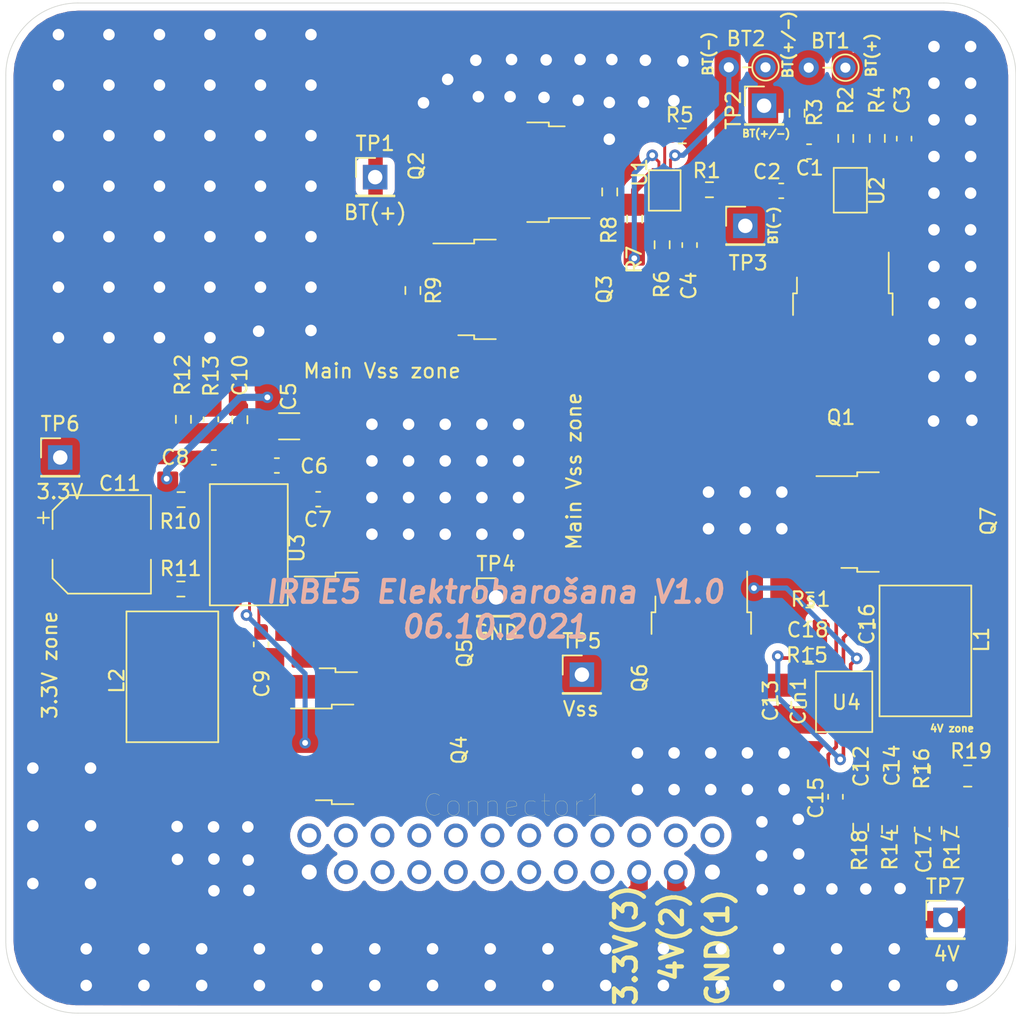
<source format=kicad_pcb>
(kicad_pcb (version 20171130) (host pcbnew "(5.1.10)-1")
  (layers (0 F.Cu signal) (31 B.Cu signal) (34 B.Paste user) (35 F.Paste user) (36 B.SilkS user) (37 F.SilkS user) (38 B.Mask user) (39 F.Mask user) (44 Edge.Cuts user))
  (net 0 "")
  (net 1 "Net-(BT1-Pad1)")
  (net 2 "Net-(BT1-Pad2)")
  (net 3 "Net-(BT2-Pad2)")
  (net 4 3.3V)
  (net 5 GND)
  (net 6 4V)
  (net 7 "Net-(C9-Pad1)")
  (net 8 "Net-(Q1-Pad1)")
  (net 9 "Net-(Q1-Pad3)")
  (net 10 "Net-(Q1-Pad2)")
  (net 11 "Net-(Q2-Pad1)")
  (net 12 "Net-(Q2-Pad2)")
  (net 13 VSS)
  (net 14 "Net-(Q4-Pad1)")
  (net 15 "Net-(Q5-Pad1)")
  (net 16 "Net-(Q6-Pad1)")
  (net 17 "Net-(Q7-Pad1)")
  (net 18 "Net-(R5-Pad1)")
  (net 19 "Net-(C4-Pad2)")
  (net 20 "Net-(C1-Pad1)")
  (net 21 "Net-(C3-Pad2)")
  (net 22 "Net-(C1-Pad2)")
  (net 23 "Net-(C7-Pad2)")
  (net 24 "Net-(C10-Pad1)")
  (net 25 "Net-(C8-Pad2)")
  (net 26 "Net-(R10-Pad1)")
  (net 27 "Net-(R11-Pad2)")
  (net 28 "Net-(C9-Pad2)")
  (net 29 "Net-(Rpgood1-Pad2)")
  (net 30 "Net-(C12-Pad2)")
  (net 31 "Net-(C14-Pad1)")
  (net 32 "Net-(C15-Pad2)")
  (net 33 "Net-(C16-Pad2)")
  (net 34 "Net-(C16-Pad1)")
  (net 35 "Net-(C17-Pad1)")
  (net 36 "Net-(C17-Pad2)")
  (net 37 "Net-(R15-Pad2)")
  (net 38 "Net-(C18-Pad1)")
  (module Connector_PinHeader_2.54mm:PinHeader_1x01_P2.54mm_Vertical (layer F.Cu) (at 96.025 175.025)
    (fp_text reference TP7 (at 0 -2.33) (layer F.SilkS))
    (fp_text value 4V)
    (pad 1 thru_hole rect (at 0 0) (size 1.7 1.7) (drill 1) (layers *.Cu *.Mask) (net 6 4V))
  )
  (module Connector_PinHeader_2.54mm:PinHeader_1x01_P2.54mm_Vertical (layer F.Cu) (at 34.675 142.975)
    (fp_text reference TP6 (at 0 -2.33) (layer F.SilkS))
    (fp_text value 3.3V)
    (pad 1 thru_hole rect (at 0 0) (size 1.7 1.7) (drill 1) (layers *.Cu *.Mask) (net 4 3.3V))
  )
  (module Connector_PinHeader_2.54mm:PinHeader_1x01_P2.54mm_Vertical (layer F.Cu) (at 70.825 158.025)
    (fp_text reference TP5 (at 0 -2.33) (layer F.SilkS))
    (fp_text value Vss)
    (pad 1 thru_hole rect (at 0 0) (size 1.7 1.7) (drill 1) (layers *.Cu *.Mask) (net 13 VSS))
  )
  (module Connector_PinHeader_2.54mm:PinHeader_1x01_P2.54mm_Vertical (layer F.Cu) (at 64.875 152.675)
    (fp_text reference TP4 (at 0 -2.33) (layer F.SilkS))
    (fp_text value GND)
    (pad 1 thru_hole rect (at 0 0) (size 1.7 1.7) (drill 1) (layers *.Cu *.Mask) (net 5 GND))
  )
  (module Connector_PinHeader_2.54mm:PinHeader_1x01_P2.54mm_Vertical (layer F.Cu) (at 82.15 126.925)
    (fp_text reference TP3 (at 0.2 2.575) (layer F.SilkS))
    (fp_text value "Battery (-)")
    (pad 1 thru_hole rect (at 0 0) (size 1.7 1.7) (drill 1) (layers *.Cu *.Mask) (net 3 "Net-(BT2-Pad2)"))
  )
  (module Connector_PinHeader_2.54mm:PinHeader_1x01_P2.54mm_Vertical (layer F.Cu) (at 83.45 118.6)
    (fp_text reference TP2 (at -2.125 0.3 90) (layer F.SilkS))
    (fp_text value "Battery mid point")
    (pad 1 thru_hole rect (at 0 0) (size 1.7 1.7) (drill 1) (layers *.Cu *.Mask) (net 2 "Net-(BT1-Pad2)"))
  )
  (module Connector_PinHeader_2.54mm:PinHeader_1x01_P2.54mm_Vertical (layer F.Cu) (at 56.5 123.55)
    (fp_text reference TP1 (at 0 -2.33) (layer F.SilkS))
    (fp_text value "Battery (+)")
    (pad 1 thru_hole rect (at 0 0) (size 1.7 1.7) (drill 1) (layers *.Cu *.Mask) (net 1 "Net-(BT1-Pad1)"))
  )
  (module lodlaukumi:TPS40303 (layer F.Cu) (at 87.95 161.5 90)
    (fp_text reference U4 (at 1.55 1.2 180) (layer F.SilkS))
    (fp_text value TPS40303)
    (pad 11 smd rect (at 1.6 1 90) (size 1.65 3.3) (layers F.Cu F.Paste F.Mask) (net 5 GND))
    (pad 10 smd rect (at 3.05 0 90) (size 0.9 0.24) (layers F.Cu F.Paste F.Mask) (net 38 "Net-(C18-Pad1)"))
    (pad 9 smd rect (at 3.05 0.5 90) (size 0.9 0.24) (layers F.Cu F.Paste F.Mask) (net 17 "Net-(Q7-Pad1)"))
    (pad 8 smd rect (at 3.05 1 90) (size 0.9 0.24) (layers F.Cu F.Paste F.Mask) (net 34 "Net-(C16-Pad1)"))
    (pad 6 smd rect (at 3.05 2 90) (size 0.9 0.24) (layers F.Cu F.Paste F.Mask) (net 33 "Net-(C16-Pad2)"))
    (pad 7 smd rect (at 3.05 1.5 90) (size 0.9 0.24) (layers F.Cu F.Paste F.Mask) (net 16 "Net-(Q6-Pad1)"))
    (pad 5 smd rect (at -0.05 2 90) (size 0.9 0.24) (layers F.Cu F.Paste F.Mask) (net 35 "Net-(C17-Pad1)"))
    (pad 4 smd rect (at -0.05 1.5 90) (size 0.9 0.24) (layers F.Cu F.Paste F.Mask) (net 30 "Net-(C12-Pad2)"))
    (pad 3 smd rect (at -0.05 1 90) (size 0.9 0.24) (layers F.Cu F.Paste F.Mask) (net 37 "Net-(R15-Pad2)"))
    (pad 2 smd rect (at -0.05 0.5 90) (size 0.9 0.24) (layers F.Cu F.Paste F.Mask) (net 32 "Net-(C15-Pad2)"))
    (pad 1 smd rect (at -0.05 0 90) (size 0.9 0.24) (layers F.Cu F.Paste F.Mask) (net 13 VSS))
  )
  (module Resistor_SMD:R_0603_1608Metric_Pad0.98x0.95mm_HandSolder (layer F.Cu) (at 43.0353 152.0926)
    (fp_text reference R11 (at -0.0103 -1.4176) (layer F.SilkS))
    (fp_text value 243)
    (pad 2 smd roundrect (at 0.9125 0) (size 0.975 0.95) (layers F.Cu F.Paste F.Mask) (net 27 "Net-(R11-Pad2)"))
    (pad 1 smd roundrect (at -0.9125 0) (size 0.975 0.95) (layers F.Cu F.Paste F.Mask) (net 7 "Net-(C9-Pad1)"))
  )
  (module lodlaukumi:BQ2961 (layer F.Cu) (at 90.1782 123.4068 270)
    (fp_text reference U2 (at 1.0922 -1.0922 90) (layer F.SilkS))
    (fp_text value BQ2961)
    (pad 9 smd rect (at 1.075 0.725 270) (size 0.9 1.6) (layers F.Cu F.Paste F.Mask) (net 3 "Net-(BT2-Pad2)"))
    (pad 8 smd rect (at 2.2 0 270) (size 0.9 0.25) (layers F.Cu F.Paste F.Mask) (net 8 "Net-(Q1-Pad1)"))
    (pad 7 smd rect (at 2.2 0.5 270) (size 0.9 0.25) (layers F.Cu F.Paste F.Mask) (net 9 "Net-(Q1-Pad3)"))
    (pad 6 smd rect (at 2.2 1 270) (size 0.9 0.25) (layers F.Cu F.Paste F.Mask) (net 3 "Net-(BT2-Pad2)"))
    (pad 5 smd rect (at 2.2 1.5 270) (size 0.9 0.25) (layers F.Cu F.Paste F.Mask) (net 22 "Net-(C1-Pad2)"))
    (pad 4 smd rect (at -0.1 1.5 270) (size 0.9 0.25) (layers F.Cu F.Paste F.Mask) (net 20 "Net-(C1-Pad1)"))
    (pad 3 smd rect (at -0.1 1 270) (size 0.9 0.25) (layers F.Cu F.Paste F.Mask) (net 20 "Net-(C1-Pad1)"))
    (pad 2 smd rect (at -0.1 0.5 270) (size 0.9 0.25) (layers F.Cu F.Paste F.Mask) (net 20 "Net-(C1-Pad1)"))
    (pad 1 smd rect (at -0.1 0 270) (size 0.9 0.25) (layers F.Cu F.Paste F.Mask) (net 21 "Net-(C3-Pad2)"))
  )
  (module lodlaukumi:INA300 (layer F.Cu) (at 77.3642 123.4732 270)
    (fp_text reference U1 (at -0.2482 2.5392 270) (layer F.SilkS))
    (fp_text value INA300)
    (pad 11 smd rect (at 0.975 0.775 270) (size 0.9 1.5) (layers F.Cu F.Paste F.Mask) (net 5 GND))
    (pad 10 smd rect (at 2.05 0 270) (size 0.8 0.2) (layers F.Cu F.Paste F.Mask))
    (pad 9 smd rect (at 2.05 0.4 270) (size 0.8 0.2) (layers F.Cu F.Paste F.Mask) (net 19 "Net-(C4-Pad2)"))
    (pad 8 smd rect (at 2.05 0.8 270) (size 0.8 0.2) (layers F.Cu F.Paste F.Mask) (net 5 GND))
    (pad 7 smd rect (at 2.05 1.2 270) (size 0.8 0.2) (layers F.Cu F.Paste F.Mask) (net 5 GND))
    (pad 6 smd rect (at 2.05 1.6 270) (size 0.8 0.2) (layers F.Cu F.Paste F.Mask) (net 19 "Net-(C4-Pad2)"))
    (pad 5 smd rect (at -0.15 1.6 270) (size 0.8 0.2) (layers F.Cu F.Paste F.Mask) (net 11 "Net-(Q2-Pad1)"))
    (pad 4 smd rect (at -0.15 1.2 270) (size 0.8 0.2) (layers F.Cu F.Paste F.Mask) (net 19 "Net-(C4-Pad2)"))
    (pad 3 smd rect (at -0.15 0.8 270) (size 0.8 0.2) (layers F.Cu F.Paste F.Mask) (net 18 "Net-(R5-Pad1)"))
    (pad 2 smd rect (at -0.15 0.4 270) (size 0.8 0.2) (layers F.Cu F.Paste F.Mask) (net 3 "Net-(BT2-Pad2)"))
    (pad 1 smd rect (at -0.15 0 270) (size 0.8 0.2) (layers F.Cu F.Mask) (net 5 GND))
  )
  (module Resistor_THT:R_Axial_DIN0204_L3.6mm_D1.6mm_P2.54mm_Vertical (layer F.Cu) (at 83.5488 115.9392 180)
    (fp_text reference BT2 (at 1.3462 1.9812) (layer F.SilkS))
    (fp_text value 3V7)
    (pad 2 thru_hole oval (at 2.54 0 180) (size 1.4 1.4) (drill 0.7) (layers *.Cu *.Mask) (net 3 "Net-(BT2-Pad2)"))
    (pad 1 thru_hole circle (at 0 0 180) (size 1.4 1.4) (drill 0.7) (layers *.Cu *.Mask) (net 2 "Net-(BT1-Pad2)"))
  )
  (module Resistor_THT:R_Axial_DIN0204_L3.6mm_D1.6mm_P2.54mm_Vertical (layer F.Cu) (at 89.086 115.9646 180)
    (fp_text reference BT1 (at 1.0414 1.8542) (layer F.SilkS))
    (fp_text value 3V7)
    (pad 2 thru_hole oval (at 2.54 0 180) (size 1.4 1.4) (drill 0.7) (layers *.Cu *.Mask) (net 2 "Net-(BT1-Pad2)"))
    (pad 1 thru_hole circle (at 0 0 180) (size 1.4 1.4) (drill 0.7) (layers *.Cu *.Mask) (net 1 "Net-(BT1-Pad1)"))
  )
  (module LOCAL:SAMTEC-SSW-112-02-X-D-RA (layer F.Cu) (at 65.9006 177.4828 180)
    (fp_text reference Connector1 (at -0.1994 10.4078) (layer F.SilkS) (effects (font (size 1.5 1.5) (thickness 0.015))))
    (fp_text value 02x12)
    (pad 1 thru_hole circle (at -13.97 5.778 180) (size 1.64 1.64) (drill 1.04) (layers *.Cu *.Mask) (net 5 GND))
    (pad 24 thru_hole circle (at -13.97 8.318 180) (size 1.64 1.64) (drill 1.04) (layers *.Cu *.Mask))
    (pad 2 thru_hole circle (at -11.43 5.778 180) (size 1.64 1.64) (drill 1.04) (layers *.Cu *.Mask) (net 6 4V))
    (pad 23 thru_hole circle (at -11.43 8.318 180) (size 1.64 1.64) (drill 1.04) (layers *.Cu *.Mask))
    (pad 3 thru_hole circle (at -8.89 5.778 180) (size 1.64 1.64) (drill 1.04) (layers *.Cu *.Mask) (net 4 3.3V))
    (pad 22 thru_hole circle (at -8.89 8.318 180) (size 1.64 1.64) (drill 1.04) (layers *.Cu *.Mask))
    (pad 4 thru_hole circle (at -6.35 5.778 180) (size 1.64 1.64) (drill 1.04) (layers *.Cu *.Mask))
    (pad 21 thru_hole circle (at -6.35 8.318 180) (size 1.64 1.64) (drill 1.04) (layers *.Cu *.Mask))
    (pad 5 thru_hole circle (at -3.81 5.778 180) (size 1.64 1.64) (drill 1.04) (layers *.Cu *.Mask))
    (pad 20 thru_hole circle (at -3.81 8.318 180) (size 1.64 1.64) (drill 1.04) (layers *.Cu *.Mask))
    (pad 6 thru_hole circle (at -1.27 5.778 180) (size 1.64 1.64) (drill 1.04) (layers *.Cu *.Mask))
    (pad 19 thru_hole circle (at -1.27 8.318 180) (size 1.64 1.64) (drill 1.04) (layers *.Cu *.Mask))
    (pad 7 thru_hole circle (at 1.27 5.778 180) (size 1.64 1.64) (drill 1.04) (layers *.Cu *.Mask))
    (pad 18 thru_hole circle (at 1.27 8.318 180) (size 1.64 1.64) (drill 1.04) (layers *.Cu *.Mask))
    (pad 8 thru_hole circle (at 3.81 5.778 180) (size 1.64 1.64) (drill 1.04) (layers *.Cu *.Mask))
    (pad 17 thru_hole circle (at 3.81 8.318 180) (size 1.64 1.64) (drill 1.04) (layers *.Cu *.Mask))
    (pad 9 thru_hole circle (at 6.35 5.778 180) (size 1.64 1.64) (drill 1.04) (layers *.Cu *.Mask))
    (pad 16 thru_hole circle (at 6.35 8.318 180) (size 1.64 1.64) (drill 1.04) (layers *.Cu *.Mask))
    (pad 10 thru_hole circle (at 8.89 5.778 180) (size 1.64 1.64) (drill 1.04) (layers *.Cu *.Mask))
    (pad 15 thru_hole circle (at 8.89 8.318 180) (size 1.64 1.64) (drill 1.04) (layers *.Cu *.Mask))
    (pad 11 thru_hole circle (at 11.43 5.778 180) (size 1.64 1.64) (drill 1.04) (layers *.Cu *.Mask))
    (pad 14 thru_hole circle (at 11.43 8.318 180) (size 1.64 1.64) (drill 1.04) (layers *.Cu *.Mask))
    (pad 12 thru_hole circle (at 13.97 5.778 180) (size 1.64 1.64) (drill 1.04) (layers *.Cu *.Mask) (net 5 GND))
    (pad 13 thru_hole circle (at 13.97 8.318 180) (size 1.64 1.64) (drill 1.04) (layers *.Cu *.Mask))
  )
  (module Capacitor_SMD:C_0603_1608Metric_Pad1.08x0.95mm_HandSolder (layer F.Cu) (at 86.5714 121.7812 180)
    (fp_text reference C1 (at -0.0375 -1.14) (layer F.SilkS))
    (fp_text value 100nF)
    (pad 2 smd roundrect (at 0.8625 0 180) (size 1.075 0.95) (layers F.Cu F.Paste F.Mask) (net 22 "Net-(C1-Pad2)"))
    (pad 1 smd roundrect (at -0.8625 0 180) (size 1.075 0.95) (layers F.Cu F.Paste F.Mask) (net 20 "Net-(C1-Pad1)"))
  )
  (module Capacitor_SMD:C_0603_1608Metric_Pad1.08x0.95mm_HandSolder (layer F.Cu) (at 84.641 124.499 180)
    (fp_text reference C2 (at 0.991 1.324) (layer F.SilkS))
    (fp_text value 100nF)
    (pad 1 smd roundrect (at -0.8625 0 180) (size 1.075 0.95) (layers F.Cu F.Paste F.Mask) (net 22 "Net-(C1-Pad2)"))
    (pad 2 smd roundrect (at 0.8625 0 180) (size 1.075 0.95) (layers F.Cu F.Paste F.Mask) (net 3 "Net-(BT2-Pad2)"))
  )
  (module Capacitor_SMD:C_0603_1608Metric_Pad1.08x0.95mm_HandSolder (layer F.Cu) (at 93.1566 120.8821 270)
    (fp_text reference C3 (at -2.6823 0.1336 90) (layer F.SilkS))
    (fp_text value 100nF)
    (pad 1 smd roundrect (at -0.8625 0 270) (size 1.075 0.95) (layers F.Cu F.Paste F.Mask) (net 5 GND))
    (pad 2 smd roundrect (at 0.8625 0 270) (size 1.075 0.95) (layers F.Cu F.Paste F.Mask) (net 21 "Net-(C3-Pad2)"))
  )
  (module Capacitor_SMD:C_0603_1608Metric_Pad1.08x0.95mm_HandSolder (layer F.Cu) (at 78.291 128.2571 90)
    (fp_text reference C4 (at -2.8205 -0.0508 90) (layer F.SilkS))
    (fp_text value 470nF)
    (pad 2 smd roundrect (at 0.8625 0 90) (size 1.075 0.95) (layers F.Cu F.Paste F.Mask) (net 19 "Net-(C4-Pad2)"))
    (pad 1 smd roundrect (at -0.8625 0 90) (size 1.075 0.95) (layers F.Cu F.Paste F.Mask) (net 3 "Net-(BT2-Pad2)"))
  )
  (module Capacitor_SMD:C_1206_3216Metric_Pad1.33x1.80mm_HandSolder (layer F.Cu) (at 50.5395 140.815)
    (fp_text reference C5 (at -0.0395 -2.065 90) (layer F.SilkS))
    (fp_text value 10uF)
    (pad 1 smd roundrect (at -1.5625 0) (size 1.325 1.8) (layers F.Cu F.Paste F.Mask) (roundrect_rratio 0.188679) (net 13 VSS))
    (pad 2 smd roundrect (at 1.5625 0) (size 1.325 1.8) (layers F.Cu F.Paste F.Mask) (roundrect_rratio 0.188679) (net 5 GND))
  )
  (module Capacitor_SMD:C_0603_1608Metric_Pad1.08x0.95mm_HandSolder (layer F.Cu) (at 49.6871 143.5328)
    (fp_text reference C6 (at 2.5879 0.0422) (layer F.SilkS))
    (fp_text value 100nF)
    (pad 1 smd roundrect (at -0.8625 0) (size 1.075 0.95) (layers F.Cu F.Paste F.Mask) (net 13 VSS))
    (pad 2 smd roundrect (at 0.8625 0) (size 1.075 0.95) (layers F.Cu F.Paste F.Mask) (net 5 GND))
  )
  (module Capacitor_SMD:C_0603_1608Metric_Pad1.08x0.95mm_HandSolder (layer F.Cu) (at 52.55 145.8696 180)
    (fp_text reference C7 (at 0.025 -1.4054) (layer F.SilkS))
    (fp_text value 1uF)
    (pad 1 smd roundrect (at -0.8625 0 180) (size 1.075 0.95) (layers F.Cu F.Paste F.Mask) (net 5 GND))
    (pad 2 smd roundrect (at 0.8625 0 180) (size 1.075 0.95) (layers F.Cu F.Paste F.Mask) (net 23 "Net-(C7-Pad2)"))
  )
  (module Capacitor_SMD:C_0603_1608Metric_Pad1.08x0.95mm_HandSolder (layer F.Cu) (at 45.3194 142.974)
    (fp_text reference C8 (at -2.6694 0.001) (layer F.SilkS))
    (fp_text value 15nF)
    (pad 2 smd roundrect (at 0.8625 0) (size 1.075 0.95) (layers F.Cu F.Paste F.Mask) (net 25 "Net-(C8-Pad2)"))
    (pad 1 smd roundrect (at -0.8625 0) (size 1.075 0.95) (layers F.Cu F.Paste F.Mask) (net 5 GND))
  )
  (module Capacitor_SMD:C_0603_1608Metric_Pad1.08x0.95mm_HandSolder (layer F.Cu) (at 48.596 155.928 90)
    (fp_text reference C9 (at -2.722 0.054 90) (layer F.SilkS))
    (fp_text value 470nF)
    (pad 2 smd roundrect (at 0.8625 0 90) (size 1.075 0.95) (layers F.Cu F.Paste F.Mask) (net 28 "Net-(C9-Pad2)"))
    (pad 1 smd roundrect (at -0.8625 0 90) (size 1.075 0.95) (layers F.Cu F.Paste F.Mask) (net 7 "Net-(C9-Pad1)"))
  )
  (module Capacitor_SMD:C_0603_1608Metric_Pad1.08x0.95mm_HandSolder (layer F.Cu) (at 45.1162 140.3324 90)
    (fp_text reference C10 (at 3.0574 2.0088 90) (layer F.SilkS))
    (fp_text value 220pF)
    (pad 1 smd roundrect (at -0.8625 0 90) (size 1.075 0.95) (layers F.Cu F.Paste F.Mask) (net 24 "Net-(C10-Pad1)"))
    (pad 2 smd roundrect (at 0.8625 0 90) (size 1.075 0.95) (layers F.Cu F.Paste F.Mask) (net 4 3.3V))
  )
  (module Capacitor_SMD:CP_Elec_6.3x9.9 (layer F.Cu) (at 37.55 149)
    (fp_text reference C11 (at 1.25 -4.225) (layer F.SilkS))
    (fp_text value 120uF)
    (pad 1 smd roundrect (at -2.8 0) (size 3.5 1.6) (layers F.Cu F.Paste F.Mask) (roundrect_rratio 0.15625) (net 4 3.3V))
    (pad 2 smd roundrect (at 2.8 0) (size 3.5 1.6) (layers F.Cu F.Paste F.Mask) (roundrect_rratio 0.15625) (net 5 GND))
  )
  (module Capacitor_SMD:C_0603_1608Metric_Pad1.08x0.95mm_HandSolder (layer F.Cu) (at 90.625 154.65 270)
    (fp_text reference C16 (at -0.125 0.05 90) (layer F.SilkS))
    (fp_text value 100nF)
    (pad 2 smd roundrect (at 0.8625 0 270) (size 1.075 0.95) (layers F.Cu F.Paste F.Mask) (net 33 "Net-(C16-Pad2)"))
    (pad 1 smd roundrect (at -0.8625 0 270) (size 1.075 0.95) (layers F.Cu F.Paste F.Mask) (net 34 "Net-(C16-Pad1)"))
  )
  (module Capacitor_SMD:C_0603_1608Metric_Pad1.08x0.95mm_HandSolder (layer F.Cu) (at 86.6 154.85 180)
    (fp_text reference C18 (at 0.125 -0.075) (layer F.SilkS))
    (fp_text value 2.2uf)
    (pad 1 smd roundrect (at -0.8625 0 180) (size 1.075 0.95) (layers F.Cu F.Paste F.Mask) (net 38 "Net-(C18-Pad1)"))
    (pad 2 smd roundrect (at 0.8625 0 180) (size 1.075 0.95) (layers F.Cu F.Paste F.Mask) (net 5 GND))
  )
  (module Capacitor_SMD:C_0603_1608Metric_Pad1.08x0.95mm_HandSolder (layer F.Cu) (at 92.25 164.55 90)
    (fp_text reference C14 (at 0.225 0.075 270) (layer F.SilkS))
    (fp_text value 15nF)
    (pad 1 smd roundrect (at -0.8625 0 90) (size 1.075 0.95) (layers F.Cu F.Paste F.Mask) (net 31 "Net-(C14-Pad1)"))
    (pad 2 smd roundrect (at 0.8625 0 90) (size 1.075 0.95) (layers F.Cu F.Paste F.Mask) (net 30 "Net-(C12-Pad2)"))
  )
  (module Capacitor_SMD:C_0603_1608Metric_Pad1.08x0.95mm_HandSolder (layer F.Cu) (at 90.15 164.4625 90)
    (fp_text reference C12 (at 0.0875 0.025 90) (layer F.SilkS))
    (fp_text value 300pF)
    (pad 2 smd roundrect (at 0.8625 0 90) (size 1.075 0.95) (layers F.Cu F.Paste F.Mask) (net 30 "Net-(C12-Pad2)"))
    (pad 1 smd roundrect (at -0.8625 0 90) (size 1.075 0.95) (layers F.Cu F.Paste F.Mask) (net 5 GND))
  )
  (module Capacitor_SMD:C_0603_1608Metric_Pad1.08x0.95mm_HandSolder (layer F.Cu) (at 94.4 168.75 90)
    (fp_text reference C17 (at -1.6 0.125 90) (layer F.SilkS))
    (fp_text value 3.9nF)
    (pad 1 smd roundrect (at -0.8625 0 90) (size 1.075 0.95) (layers F.Cu F.Paste F.Mask) (net 35 "Net-(C17-Pad1)"))
    (pad 2 smd roundrect (at 0.8625 0 90) (size 1.075 0.95) (layers F.Cu F.Paste F.Mask) (net 36 "Net-(C17-Pad2)"))
  )
  (module Capacitor_SMD:C_0603_1608Metric_Pad1.08x0.95mm_HandSolder (layer F.Cu) (at 85.85 160.05 270)
    (fp_text reference Cin1 (at -0.2 0.025 90) (layer F.SilkS))
    (fp_text value 10uf)
    (pad 1 smd roundrect (at -0.8625 0 270) (size 1.075 0.95) (layers F.Cu F.Paste F.Mask) (net 5 GND))
    (pad 2 smd roundrect (at 0.8625 0 270) (size 1.075 0.95) (layers F.Cu F.Paste F.Mask) (net 13 VSS))
  )
  (module Capacitor_SMD:C_0805_2012Metric_Pad1.18x1.45mm_HandSolder (layer F.Cu) (at 97.5625 165.05 180)
    (fp_text reference R19 (at -0.2375 1.725) (layer F.SilkS))
    (fp_text value 100uF)
    (pad 1 smd roundrect (at -1.0375 0 180) (size 1.175 1.45) (layers F.Cu F.Paste F.Mask) (roundrect_rratio 0.212766) (net 5 GND))
    (pad 2 smd roundrect (at 1.0375 0 180) (size 1.175 1.45) (layers F.Cu F.Paste F.Mask) (roundrect_rratio 0.212766) (net 6 4V))
  )
  (module Capacitor_SMD:C_0603_1608Metric_Pad1.08x0.95mm_HandSolder (layer F.Cu) (at 88.4 166.4875 90)
    (fp_text reference C15 (at -0.0775 -1.36 90) (layer F.SilkS))
    (fp_text value 3.3nF)
    (pad 2 smd roundrect (at 0.8625 0 90) (size 1.075 0.95) (layers F.Cu F.Paste F.Mask) (net 32 "Net-(C15-Pad2)"))
    (pad 1 smd roundrect (at -0.8625 0 90) (size 1.075 0.95) (layers F.Cu F.Paste F.Mask) (net 5 GND))
  )
  (module Capacitor_SMD:C_0603_1608Metric_Pad1.08x0.95mm_HandSolder (layer F.Cu) (at 83.9 160 270)
    (fp_text reference C13 (at -0.175 0 90) (layer F.SilkS))
    (fp_text value 1uf)
    (pad 2 smd roundrect (at 0.8625 0 270) (size 1.075 0.95) (layers F.Cu F.Paste F.Mask) (net 13 VSS))
    (pad 1 smd roundrect (at -0.8625 0 270) (size 1.075 0.95) (layers F.Cu F.Paste F.Mask) (net 5 GND))
  )
  (module lodlaukumi:spole (layer F.Cu) (at 91.45 155.35)
    (fp_text reference L1 (at 7.075 0.25 270) (layer F.SilkS))
    (fp_text value 100uH)
    (pad 1 smd rect (at 1.2 0.8) (size 1.25 5.5) (layers F.Cu F.Paste F.Mask) (net 34 "Net-(C16-Pad1)"))
    (pad 2 smd rect (at 5.24 0.8) (size 1.25 5.5) (layers F.Cu F.Paste F.Mask) (net 6 4V))
  )
  (module lodlaukumi:spole (layer F.Cu) (at 45.6242 159.2046 180)
    (fp_text reference L2 (at 7.0242 0.7546 90) (layer F.SilkS))
    (fp_text value 6.8uH)
    (pad 2 smd rect (at 5.24 0.8 180) (size 1.25 5.5) (layers F.Cu F.Paste F.Mask) (net 4 3.3V))
    (pad 1 smd rect (at 1.2 0.8 180) (size 1.25 5.5) (layers F.Cu F.Paste F.Mask) (net 7 "Net-(C9-Pad1)"))
  )
  (module Package_TO_SOT_SMD:TO-252-2 (layer F.Cu) (at 88.9082 134.0748 270)
    (fp_text reference Q1 (at 6.1252 0.1332 180) (layer F.SilkS))
    (fp_text value Q_PMOS_GDS)
    (pad 2 smd rect (at 2.1 0 270) (size 6.4 5.8) (layers F.Cu F.Mask) (net 10 "Net-(Q1-Pad2)"))
    (pad 3 smd rect (at -4.2 2.28 270) (size 2.2 1.2) (layers F.Cu F.Paste F.Mask) (net 9 "Net-(Q1-Pad3)"))
    (pad 1 smd rect (at -4.2 -2.28 270) (size 2.2 1.2) (layers F.Cu F.Paste F.Mask) (net 8 "Net-(Q1-Pad1)"))
  )
  (module Package_TO_SOT_SMD:TO-252-2 (layer F.Cu) (at 66.0646 123.2096 180)
    (fp_text reference Q2 (at 6.7146 0.4346 90) (layer F.SilkS))
    (fp_text value Q_NMOS_GDS)
    (pad 1 smd rect (at -4.2 -2.28 180) (size 2.2 1.2) (layers F.Cu F.Paste F.Mask) (net 11 "Net-(Q2-Pad1)"))
    (pad 3 smd rect (at -4.2 2.28 180) (size 2.2 1.2) (layers F.Cu F.Paste F.Mask) (net 5 GND))
    (pad 2 smd rect (at 2.1 0 180) (size 6.4 5.8) (layers F.Cu F.Mask) (net 12 "Net-(Q2-Pad2)"))
  )
  (module Package_TO_SOT_SMD:TO-252-2 (layer F.Cu) (at 65.8286 131.3256)
    (fp_text reference Q3 (at 6.55 0 270) (layer F.SilkS))
    (fp_text value Q_PMOS_GDS)
    (pad 1 smd rect (at -4.2 -2.28) (size 2.2 1.2) (layers F.Cu F.Paste F.Mask) (net 12 "Net-(Q2-Pad2)"))
    (pad 3 smd rect (at -4.2 2.28) (size 2.2 1.2) (layers F.Cu F.Paste F.Mask) (net 1 "Net-(BT1-Pad1)"))
    (pad 2 smd rect (at 2.1 0) (size 6.4 5.8) (layers F.Cu F.Mask) (net 13 VSS))
  )
  (module Package_TO_SOT_SMD:TO-252-2 (layer F.Cu) (at 55.962 163.548)
    (fp_text reference Q4 (at 6.363 -0.298 90) (layer F.SilkS))
    (fp_text value Q_NMOS_GDS)
    (pad 2 smd rect (at 2.1 0) (size 6.4 5.8) (layers F.Cu F.Mask) (net 13 VSS))
    (pad 3 smd rect (at -4.2 2.28) (size 2.2 1.2) (layers F.Cu F.Paste F.Mask) (net 7 "Net-(C9-Pad1)"))
    (pad 1 smd rect (at -4.2 -2.28) (size 2.2 1.2) (layers F.Cu F.Paste F.Mask) (net 14 "Net-(Q4-Pad1)"))
  )
  (module Package_TO_SOT_SMD:TO-252-2 (layer F.Cu) (at 56.216 154.404)
    (fp_text reference Q5 (at 6.484 2.146 270) (layer F.SilkS))
    (fp_text value Q_NMOS_GDS)
    (pad 1 smd rect (at -4.2 -2.28) (size 2.2 1.2) (layers F.Cu F.Paste F.Mask) (net 15 "Net-(Q5-Pad1)"))
    (pad 3 smd rect (at -4.2 2.28) (size 2.2 1.2) (layers F.Cu F.Paste F.Mask) (net 5 GND))
    (pad 2 smd rect (at 2.1 0) (size 6.4 5.8) (layers F.Cu F.Mask) (net 7 "Net-(C9-Pad1)"))
  )
  (module Package_TO_SOT_SMD:TO-252-2 (layer F.Cu) (at 79.1 156.175 270)
    (fp_text reference Q6 (at 2.075 4.275 270) (layer F.SilkS))
    (fp_text value Q_NMOS_GDS)
    (pad 2 smd rect (at 2.1 0 270) (size 6.4 5.8) (layers F.Cu F.Mask) (net 13 VSS))
    (pad 3 smd rect (at -4.2 2.28 270) (size 2.2 1.2) (layers F.Cu F.Paste F.Mask) (net 34 "Net-(C16-Pad1)"))
    (pad 1 smd rect (at -4.2 -2.28 270) (size 2.2 1.2) (layers F.Cu F.Paste F.Mask) (net 16 "Net-(Q6-Pad1)"))
  )
  (module Package_TO_SOT_SMD:TO-252-2 (layer F.Cu) (at 92.375 147.45)
    (fp_text reference Q7 (at 6.61 -0.07 270) (layer F.SilkS))
    (fp_text value Q_NMOS_GDS)
    (pad 1 smd rect (at -4.2 -2.28) (size 2.2 1.2) (layers F.Cu F.Paste F.Mask) (net 17 "Net-(Q7-Pad1)"))
    (pad 3 smd rect (at -4.2 2.28) (size 2.2 1.2) (layers F.Cu F.Paste F.Mask) (net 5 GND))
    (pad 2 smd rect (at 2.1 0) (size 6.4 5.8) (layers F.Cu F.Mask) (net 34 "Net-(C16-Pad1)"))
  )
  (module Resistor_SMD:R_0603_1608Metric_Pad0.98x0.95mm_HandSolder (layer F.Cu) (at 79.6626 124.4228 180)
    (fp_text reference R1 (at 0.1876 1.3228) (layer F.SilkS))
    (fp_text value R)
    (pad 1 smd roundrect (at -0.9125 0 180) (size 0.975 0.95) (layers F.Cu F.Paste F.Mask) (net 3 "Net-(BT2-Pad2)"))
    (pad 2 smd roundrect (at 0.9125 0 180) (size 0.975 0.95) (layers F.Cu F.Paste F.Mask) (net 5 GND))
  )
  (module Resistor_SMD:R_0603_1608Metric_Pad0.98x0.95mm_HandSolder (layer F.Cu) (at 89.1114 120.8668 90)
    (fp_text reference R2 (at 2.6416 0 90) (layer F.SilkS))
    (fp_text value 1k)
    (pad 1 smd roundrect (at -0.9125 0 90) (size 0.975 0.95) (layers F.Cu F.Paste F.Mask) (net 20 "Net-(C1-Pad1)"))
    (pad 2 smd roundrect (at 0.9125 0 90) (size 0.975 0.95) (layers F.Cu F.Paste F.Mask) (net 1 "Net-(BT1-Pad1)"))
  )
  (module Resistor_SMD:R_0603_1608Metric_Pad0.98x0.95mm_HandSolder (layer F.Cu) (at 85.7332 119.1161 90)
    (fp_text reference R3 (at 0.0527 1.2192 90) (layer F.SilkS))
    (fp_text value 1k)
    (pad 2 smd roundrect (at 0.9125 0 90) (size 0.975 0.95) (layers F.Cu F.Paste F.Mask) (net 2 "Net-(BT1-Pad2)"))
    (pad 1 smd roundrect (at -0.9125 0 90) (size 0.975 0.95) (layers F.Cu F.Paste F.Mask) (net 22 "Net-(C1-Pad2)"))
  )
  (module Resistor_SMD:R_0603_1608Metric_Pad0.98x0.95mm_HandSolder (layer F.Cu) (at 91.2958 120.8649 270)
    (fp_text reference R4 (at -2.6651 0.0254 90) (layer F.SilkS))
    (fp_text value 100)
    (pad 1 smd roundrect (at -0.9125 0 270) (size 0.975 0.95) (layers F.Cu F.Paste F.Mask) (net 1 "Net-(BT1-Pad1)"))
    (pad 2 smd roundrect (at 0.9125 0 270) (size 0.975 0.95) (layers F.Cu F.Paste F.Mask) (net 21 "Net-(C3-Pad2)"))
  )
  (module Resistor_SMD:R_0603_1608Metric_Pad0.98x0.95mm_HandSolder (layer F.Cu) (at 77.783 120.689)
    (fp_text reference R5 (at -0.1778 -1.4478) (layer F.SilkS))
    (fp_text value R)
    (pad 2 smd roundrect (at 0.9125 0) (size 0.975 0.95) (layers F.Cu F.Paste F.Mask) (net 5 GND))
    (pad 1 smd roundrect (at -0.9125 0) (size 0.975 0.95) (layers F.Cu F.Paste F.Mask) (net 18 "Net-(R5-Pad1)"))
  )
  (module Resistor_SMD:R_0603_1608Metric_Pad0.98x0.95mm_HandSolder (layer F.Cu) (at 76.386 128.2347 90)
    (fp_text reference R6 (at -2.7413 -0.0254 90) (layer F.SilkS))
    (fp_text value 5)
    (pad 1 smd roundrect (at -0.9125 0 90) (size 0.975 0.95) (layers F.Cu F.Paste F.Mask) (net 10 "Net-(Q1-Pad2)"))
    (pad 2 smd roundrect (at 0.9125 0 90) (size 0.975 0.95) (layers F.Cu F.Paste F.Mask) (net 19 "Net-(C4-Pad2)"))
  )
  (module Resistor_SMD:R_0603_1608Metric_Pad0.98x0.95mm_HandSolder (layer F.Cu) (at 74.481 126.4567 90)
    (fp_text reference R7 (at -2.8175 -0.0254 90) (layer F.SilkS))
    (fp_text value 10k)
    (pad 2 smd roundrect (at 0.9125 0 90) (size 0.975 0.95) (layers F.Cu F.Paste F.Mask) (net 11 "Net-(Q2-Pad1)"))
    (pad 1 smd roundrect (at -0.9125 0 90) (size 0.975 0.95) (layers F.Cu F.Paste F.Mask) (net 19 "Net-(C4-Pad2)"))
  )
  (module Resistor_SMD:R_0603_1608Metric_Pad0.98x0.95mm_HandSolder (layer F.Cu) (at 72.7538 124.5752 90)
    (fp_text reference R8 (at -2.6416 -0.0508 90) (layer F.SilkS))
    (fp_text value 100k)
    (pad 2 smd roundrect (at 0.9125 0 90) (size 0.975 0.95) (layers F.Cu F.Paste F.Mask) (net 5 GND))
    (pad 1 smd roundrect (at -0.9125 0 90) (size 0.975 0.95) (layers F.Cu F.Paste F.Mask) (net 11 "Net-(Q2-Pad1)"))
  )
  (module Resistor_SMD:R_0603_1608Metric_Pad0.98x0.95mm_HandSolder (layer F.Cu) (at 59.114 131.4059 270)
    (fp_text reference R9 (at 0 -1.43 90) (layer F.SilkS))
    (fp_text value 100k)
    (pad 1 smd roundrect (at -0.9125 0 270) (size 0.975 0.95) (layers F.Cu F.Paste F.Mask) (net 12 "Net-(Q2-Pad2)"))
    (pad 2 smd roundrect (at 0.9125 0 270) (size 0.975 0.95) (layers F.Cu F.Paste F.Mask) (net 1 "Net-(BT1-Pad1)"))
  )
  (module Resistor_SMD:R_0603_1608Metric_Pad0.98x0.95mm_HandSolder (layer F.Cu) (at 43.05 145.9 180)
    (fp_text reference R10 (at 0.05 -1.5) (layer F.SilkS))
    (fp_text value 88.7k)
    (pad 1 smd roundrect (at -0.9125 0 180) (size 0.975 0.95) (layers F.Cu F.Paste F.Mask) (net 26 "Net-(R10-Pad1)"))
    (pad 2 smd roundrect (at 0.9125 0 180) (size 0.975 0.95) (layers F.Cu F.Paste F.Mask) (net 13 VSS))
  )
  (module Resistor_SMD:R_0603_1608Metric_Pad0.98x0.95mm_HandSolder (layer F.Cu) (at 43.2112 140.3324 270)
    (fp_text reference R12 (at -3.0824 0.0612 90) (layer F.SilkS))
    (fp_text value 45k3)
    (pad 1 smd roundrect (at -0.9125 0 270) (size 0.975 0.95) (layers F.Cu F.Paste F.Mask) (net 4 3.3V))
    (pad 2 smd roundrect (at 0.9125 0 270) (size 0.975 0.95) (layers F.Cu F.Paste F.Mask) (net 24 "Net-(C10-Pad1)"))
  )
  (module Resistor_SMD:R_0603_1608Metric_Pad0.98x0.95mm_HandSolder (layer F.Cu) (at 47.1228 140.3578 90)
    (fp_text reference R13 (at 3.0328 -1.9978 90) (layer F.SilkS))
    (fp_text value 10k)
    (pad 2 smd roundrect (at 0.9125 0 90) (size 0.975 0.95) (layers F.Cu F.Paste F.Mask) (net 5 GND))
    (pad 1 smd roundrect (at -0.9125 0 90) (size 0.975 0.95) (layers F.Cu F.Paste F.Mask) (net 24 "Net-(C10-Pad1)"))
  )
  (module Resistor_SMD:R_0603_1608Metric_Pad0.98x0.95mm_HandSolder (layer F.Cu) (at 92.15 168.75 90)
    (fp_text reference R14 (at -1.4 0.025 270) (layer F.SilkS))
    (fp_text value 2.43K)
    (pad 2 smd roundrect (at 0.9125 0 90) (size 0.975 0.95) (layers F.Cu F.Paste F.Mask) (net 31 "Net-(C14-Pad1)"))
    (pad 1 smd roundrect (at -0.9125 0 90) (size 0.975 0.95) (layers F.Cu F.Paste F.Mask) (net 35 "Net-(C17-Pad1)"))
  )
  (module Resistor_SMD:R_0603_1608Metric_Pad0.98x0.95mm_HandSolder (layer F.Cu) (at 94.425 164.6 90)
    (fp_text reference R16 (at 0.0625 -0.05 90) (layer F.SilkS))
    (fp_text value 215)
    (pad 2 smd roundrect (at 0.9125 0 90) (size 0.975 0.95) (layers F.Cu F.Paste F.Mask) (net 6 4V))
    (pad 1 smd roundrect (at -0.9125 0 90) (size 0.975 0.95) (layers F.Cu F.Paste F.Mask) (net 36 "Net-(C17-Pad2)"))
  )
  (module Resistor_SMD:R_0603_1608Metric_Pad0.98x0.95mm_HandSolder (layer F.Cu) (at 90.15 168.6 270)
    (fp_text reference R18 (at 1.6 0.075 90) (layer F.SilkS))
    (fp_text value 1.78K)
    (pad 1 smd roundrect (at -0.9125 0 270) (size 0.975 0.95) (layers F.Cu F.Paste F.Mask) (net 5 GND))
    (pad 2 smd roundrect (at 0.9125 0 270) (size 0.975 0.95) (layers F.Cu F.Paste F.Mask) (net 35 "Net-(C17-Pad1)"))
  )
  (module Resistor_SMD:R_0603_1608Metric_Pad0.98x0.95mm_HandSolder (layer F.Cu) (at 96.275 168.8125 90)
    (fp_text reference R17 (at -1.3375 0.2 90) (layer F.SilkS))
    (fp_text value 10K)
    (pad 2 smd roundrect (at 0.9125 0 90) (size 0.975 0.95) (layers F.Cu F.Paste F.Mask) (net 6 4V))
    (pad 1 smd roundrect (at -0.9125 0 90) (size 0.975 0.95) (layers F.Cu F.Paste F.Mask) (net 35 "Net-(C17-Pad1)"))
  )
  (module Resistor_SMD:R_0603_1608Metric_Pad0.98x0.95mm_HandSolder (layer F.Cu) (at 86.6 156.75 180)
    (fp_text reference R15 (at 0.175 0.075 180) (layer F.SilkS))
    (fp_text value 100K)
    (pad 1 smd roundrect (at -0.9125 0 180) (size 0.975 0.95) (layers F.Cu F.Paste F.Mask) (net 38 "Net-(C18-Pad1)"))
    (pad 2 smd roundrect (at 0.9125 0 180) (size 0.975 0.95) (layers F.Cu F.Paste F.Mask) (net 37 "Net-(R15-Pad2)"))
  )
  (module Resistor_SMD:R_0603_1608Metric_Pad0.98x0.95mm_HandSolder (layer F.Cu) (at 86.625 152.85)
    (fp_text reference Rs1 (at 0.05 -0.05) (layer F.SilkS))
    (fp_text value 1.87K)
    (pad 1 smd roundrect (at -0.9125 0) (size 0.975 0.95) (layers F.Cu F.Paste F.Mask) (net 5 GND))
    (pad 2 smd roundrect (at 0.9125 0) (size 0.975 0.95) (layers F.Cu F.Paste F.Mask) (net 17 "Net-(Q7-Pad1)"))
  )
  (module lodlaukumi:LM3150MHNOPB (layer F.Cu) (at 49.9422 146.022 270)
    (fp_text reference U3 (at 3.24 -1.14 90) (layer F.SilkS))
    (fp_text value LM3150MH)
    (pad 1 smd rect (at 0 0.2 270) (size 1.78 0.42) (layers F.Cu F.Paste F.Mask) (net 23 "Net-(C7-Pad2)"))
    (pad 2 smd rect (at 0 0.85 270) (size 1.78 0.42) (layers F.Cu F.Paste F.Mask) (net 13 VSS))
    (pad 3 smd rect (at 0 1.5 270) (size 1.78 0.42) (layers F.Cu F.Paste F.Mask) (net 13 VSS))
    (pad 4 smd rect (at 0 2.15 270) (size 1.78 0.42) (layers F.Cu F.Paste F.Mask) (net 24 "Net-(C10-Pad1)"))
    (pad 5 smd rect (at 0 2.8 270) (size 1.78 0.42) (layers F.Cu F.Paste F.Mask) (net 5 GND))
    (pad 6 smd rect (at 0 3.45 270) (size 1.78 0.42) (layers F.Cu F.Paste F.Mask) (net 25 "Net-(C8-Pad2)"))
    (pad 7 smd rect (at 0 4.1 270) (size 1.78 0.42) (layers F.Cu F.Paste F.Mask) (net 26 "Net-(R10-Pad1)"))
    (pad 8 smd rect (at 6 4.1 270) (size 1.78 0.42) (layers F.Cu F.Paste F.Mask) (net 27 "Net-(R11-Pad2)"))
    (pad 9 smd rect (at 6 3.45 270) (size 1.78 0.42) (layers F.Cu F.Paste F.Mask) (net 5 GND))
    (pad 10 smd rect (at 6 2.8 270) (size 1.78 0.42) (layers F.Cu F.Paste F.Mask) (net 7 "Net-(C9-Pad1)"))
    (pad 11 smd rect (at 6 2.15 270) (size 1.78 0.42) (layers F.Cu F.Paste F.Mask) (net 14 "Net-(Q4-Pad1)"))
    (pad 12 smd rect (at 6 1.5 270) (size 1.78 0.42) (layers F.Cu F.Paste F.Mask) (net 28 "Net-(C9-Pad2)"))
    (pad 13 smd rect (at 6 0.85 270) (size 1.78 0.42) (layers F.Cu F.Paste F.Mask) (net 15 "Net-(Q5-Pad1)"))
    (pad 14 smd rect (at 6 0.2 270) (size 1.78 0.42) (layers F.Cu F.Paste F.Mask) (net 5 GND))
    (pad 15 smd rect (at 3 2.1 270) (size 3 3) (layers F.Cu F.Paste F.Mask) (net 5 GND))
  )
  (gr_text "Main Vss zone" (at 70.275 143.925 90) (layer F.SilkS) (effects (font (size 1 1))))
  (gr_text "BT(+/-)" (at 85.1 114.375 90) (layer F.SilkS) (effects (font (size 0.7 0.7))))
  (gr_text "BT(-)" (at 79.575 115 90) (layer F.SilkS) (effects (font (size 0.7 0.7))))
  (gr_text "BT(+)" (at 90.875 115.1 90) (layer F.SilkS) (effects (font (size 0.7 0.7))))
  (gr_text "BT(+/-)" (at 83.6 120.525) (layer F.SilkS) (effects (font (size 0.5 0.5) (thickness 0.125))))
  (gr_text "BT(-)" (at 84.075 126.9 90) (layer F.SilkS) (effects (font (size 0.6 0.6))))
  (gr_text "BT(+)" (at 56.5 126) (layer F.SilkS) (effects (font (size 1 1))))
  (gr_text 3.3V (at 34.65 145.35) (layer F.SilkS) (effects (font (size 1 1))))
  (gr_text 4V (at 96.1 177.375) (layer F.SilkS) (effects (font (size 1 1))))
  (gr_text GND (at 64.9 155.1) (layer F.SilkS) (effects (font (size 1 1))))
  (gr_text Vss (at 70.75 160.4) (layer F.SilkS) (effects (font (size 1 1))))
  (gr_text "Main Vss zone" (at 56.975 136.975) (layer F.SilkS) (effects (font (size 1 1))))
  (gr_text "4V zone" (at 96.475 161.75) (layer F.SilkS) (effects (font (size 0.5 0.5) (thickness 0.125))))
  (gr_text "3.3V zone\n" (at 33.95 157.35 90) (layer F.SilkS) (effects (font (size 1 1))))
  (gr_text "GND(1)" (at 80.225 176.925 90) (layer F.SilkS) (effects (font (size 1.5 1.5) (thickness 0.3))))
  (gr_text "4V(2)" (at 77.075 176.175 90) (layer F.SilkS) (effects (font (size 1.5 1.5) (thickness 0.3))))
  (gr_text "3.3V(3)" (at 73.875 176.775 90) (layer F.SilkS) (effects (font (size 1.5 1.5) (thickness 0.3))))
  (gr_text "IRBE5 Elektrobarošana V1.0\n06.10.2021" (at 64.8 153.5) (layer B.SilkS) (effects (font (size 1.5 1.5) (thickness 0.3) italic)))
  (gr_arc (start 95.9006 116.4828) (end 100.9006 116.4828) (angle -90) (layer Edge.Cuts) (width 0.05))
  (gr_line (start 30.9006 176.4828) (end 30.9006 116.4828) (layer Edge.Cuts) (width 0.05))
  (gr_line (start 100.9006 116.4828) (end 100.9006 176.4828) (layer Edge.Cuts) (width 0.05))
  (gr_line (start 35.9006 111.4828) (end 95.9006 111.4828) (layer Edge.Cuts) (width 0.05))
  (gr_line (start 95.9006 181.4828) (end 35.9006 181.4828) (layer Edge.Cuts) (width 0.05))
  (gr_arc (start 35.9006 116.4828) (end 35.9006 111.4828) (angle -90) (layer Edge.Cuts) (width 0.05))
  (gr_arc (start 35.9006 176.4828) (end 30.9006 176.4828) (angle -90) (layer Edge.Cuts) (width 0.05))
  (gr_arc (start 95.9006 176.4828) (end 95.9006 181.4828) (angle -90) (layer Edge.Cuts) (width 0.05))
  (segment (start 89.086 114.974651) (end 87.436349 113.325) (width 1) (layer F.Cu) (net 1))
  (segment (start 89.086 115.9646) (end 89.086 114.974651) (width 1) (layer F.Cu) (net 1))
  (segment (start 61.925 113.325) (end 56.525 118.725) (width 1) (layer F.Cu) (net 1))
  (segment (start 87.436349 113.325) (end 61.925 113.325) (width 1) (layer F.Cu) (net 1))
  (segment (start 57.3684 132.3184) (end 56.525 131.475) (width 1) (layer F.Cu) (net 1))
  (segment (start 59.114 132.3184) (end 57.3684 132.3184) (width 1) (layer F.Cu) (net 1))
  (segment (start 56.525 118.725) (end 56.525 131.475) (width 1) (layer F.Cu) (net 1))
  (segment (start 89.1782 125.6068) (end 89.1782 127.3786) (width 0.2) (layer F.Cu) (net 3))
  (segment (start 89.1782 127.3786) (end 89.0352 127.5216) (width 0.2) (layer F.Cu) (net 3))
  (segment (start 89.1782 124.7568) (end 89.4532 124.4818) (width 0.2) (layer F.Cu) (net 3))
  (segment (start 89.1782 125.6068) (end 89.1782 124.7568) (width 0.2) (layer F.Cu) (net 3))
  (via (at 77.275 122.0352) (size 0.8) (drill 0.4) (layers F.Cu B.Cu) (net 3))
  (segment (start 76.9642 123.3232) (end 76.9642 122.346) (width 0.2) (layer F.Cu) (net 3))
  (segment (start 76.9642 122.346) (end 77.275 122.0352) (width 0.2) (layer F.Cu) (net 3))
  (segment (start 81.0088 116.929149) (end 81.0088 115.9392) (width 0.35) (layer B.Cu) (net 3))
  (segment (start 81.0088 118.867085) (end 81.0088 116.929149) (width 0.35) (layer B.Cu) (net 3))
  (segment (start 77.840685 122.0352) (end 81.0088 118.867085) (width 0.35) (layer B.Cu) (net 3))
  (segment (start 77.275 122.0352) (end 77.840685 122.0352) (width 0.35) (layer B.Cu) (net 3))
  (segment (start 74.7906 172.864455) (end 72.780055 174.875) (width 1.2) (layer F.Cu) (net 4))
  (segment (start 74.7906 171.7048) (end 74.7906 172.864455) (width 1.2) (layer F.Cu) (net 4))
  (segment (start 72.780055 174.875) (end 43.825 174.875) (width 1.2) (layer F.Cu) (net 4))
  (segment (start 40.3842 171.4342) (end 40.3842 158.4046) (width 1.2) (layer F.Cu) (net 4))
  (segment (start 43.825 174.875) (end 40.3842 171.4342) (width 1.2) (layer F.Cu) (net 4))
  (segment (start 76.5642 125.5232) (end 76.1642 125.5232) (width 0.2) (layer F.Cu) (net 5))
  (segment (start 76.5642 124.4732) (end 76.5892 124.4482) (width 0.2) (layer F.Cu) (net 5))
  (segment (start 76.5642 125.5232) (end 76.5642 124.4732) (width 0.2) (layer F.Cu) (net 5))
  (segment (start 76.1642 124.8732) (end 76.5892 124.4482) (width 0.2) (layer F.Cu) (net 5))
  (segment (start 76.1642 125.5232) (end 76.1642 124.8732) (width 0.2) (layer F.Cu) (net 5))
  (segment (start 77.3642 123.9232) (end 77.3642 123.3232) (width 0.2) (layer F.Cu) (net 5))
  (segment (start 77.3642 123.963202) (end 77.3642 123.9232) (width 0.2) (layer F.Cu) (net 5))
  (segment (start 76.879202 124.4482) (end 77.3642 123.963202) (width 0.2) (layer F.Cu) (net 5))
  (segment (start 76.5892 124.4482) (end 76.879202 124.4482) (width 0.2) (layer F.Cu) (net 5))
  (segment (start 77.6505 123.3232) (end 78.7501 124.4228) (width 0.2) (layer F.Cu) (net 5))
  (segment (start 77.3642 123.3232) (end 77.6505 123.3232) (width 0.2) (layer F.Cu) (net 5))
  (segment (start 47.1422 148.322) (end 47.8422 149.022) (width 0.35) (layer F.Cu) (net 5))
  (segment (start 47.1422 146.022) (end 47.1422 148.322) (width 0.35) (layer F.Cu) (net 5))
  (via (at 83.325 172.925) (size 1.8) (drill 0.8) (layers F.Cu B.Cu) (net 5))
  (via (at 85.9 172.9) (size 1.8) (drill 0.8) (layers F.Cu B.Cu) (net 5))
  (via (at 88.15 172.875) (size 1.8) (drill 0.8) (layers F.Cu B.Cu) (net 5))
  (via (at 90.5 172.875) (size 1.8) (drill 0.8) (layers F.Cu B.Cu) (net 5))
  (via (at 92.875 172.85) (size 1.8) (drill 0.8) (layers F.Cu B.Cu) (net 5))
  (via (at 32.775 164.5) (size 1.8) (drill 0.8) (layers F.Cu B.Cu) (net 5))
  (via (at 42.775 168.55) (size 1.8) (drill 0.8) (layers F.Cu B.Cu) (net 5))
  (segment (start 86.5625 159.9) (end 85.85 159.1875) (width 0.35) (layer F.Cu) (net 5))
  (segment (start 88.95 159.9) (end 86.5625 159.9) (width 0.35) (layer F.Cu) (net 5))
  (via (at 34.55 113.675) (size 1.8) (drill 0.8) (layers F.Cu B.Cu) (net 5))
  (via (at 95.225 114.5) (size 1.8) (drill 0.8) (layers F.Cu B.Cu) (net 5))
  (via (at 97.765 114.5) (size 1.8) (drill 0.8) (layers F.Cu B.Cu) (net 5))
  (via (at 95.225 117.04) (size 1.8) (drill 0.8) (layers F.Cu B.Cu) (net 5))
  (via (at 97.765 117.04) (size 1.8) (drill 0.8) (layers F.Cu B.Cu) (net 5))
  (via (at 95.225 119.58) (size 1.8) (drill 0.8) (layers F.Cu B.Cu) (net 5))
  (via (at 97.765 119.58) (size 1.8) (drill 0.8) (layers F.Cu B.Cu) (net 5))
  (via (at 95.225 122.12) (size 1.8) (drill 0.8) (layers F.Cu B.Cu) (net 5))
  (via (at 97.765 122.12) (size 1.8) (drill 0.8) (layers F.Cu B.Cu) (net 5))
  (via (at 95.225 124.66) (size 1.8) (drill 0.8) (layers F.Cu B.Cu) (net 5))
  (via (at 97.765 124.66) (size 1.8) (drill 0.8) (layers F.Cu B.Cu) (net 5))
  (via (at 95.225 127.2) (size 1.8) (drill 0.8) (layers F.Cu B.Cu) (net 5))
  (via (at 97.765 127.2) (size 1.8) (drill 0.8) (layers F.Cu B.Cu) (net 5))
  (via (at 95.225 129.74) (size 1.8) (drill 0.8) (layers F.Cu B.Cu) (net 5))
  (via (at 97.765 129.74) (size 1.8) (drill 0.8) (layers F.Cu B.Cu) (net 5))
  (via (at 95.225 132.28) (size 1.8) (drill 0.8) (layers F.Cu B.Cu) (net 5))
  (via (at 97.765 132.28) (size 1.8) (drill 0.8) (layers F.Cu B.Cu) (net 5))
  (via (at 95.225 134.82) (size 1.8) (drill 0.8) (layers F.Cu B.Cu) (net 5))
  (via (at 97.765 134.82) (size 1.8) (drill 0.8) (layers F.Cu B.Cu) (net 5))
  (via (at 95.225 137.36) (size 1.8) (drill 0.8) (layers F.Cu B.Cu) (net 5))
  (via (at 97.765 137.36) (size 1.8) (drill 0.8) (layers F.Cu B.Cu) (net 5))
  (via (at 63.475 115.45) (size 1.8) (drill 0.8) (layers F.Cu B.Cu) (net 5))
  (via (at 65.95 115.4) (size 1.8) (drill 0.8) (layers F.Cu B.Cu) (net 5))
  (via (at 68.35 115.425) (size 1.8) (drill 0.8) (layers F.Cu B.Cu) (net 5))
  (via (at 70.7 115.4) (size 1.8) (drill 0.8) (layers F.Cu B.Cu) (net 5))
  (via (at 72.9 115.4) (size 1.8) (drill 0.8) (layers F.Cu B.Cu) (net 5))
  (via (at 75.225 115.45) (size 1.8) (drill 0.8) (layers F.Cu B.Cu) (net 5))
  (via (at 77.825 115.5) (size 1.8) (drill 0.8) (layers F.Cu B.Cu) (net 5))
  (via (at 77.2 118.25) (size 1.8) (drill 0.8) (layers F.Cu B.Cu) (net 5))
  (via (at 75.1 118.35) (size 1.8) (drill 0.8) (layers F.Cu B.Cu) (net 5))
  (via (at 72.725 118.375) (size 1.8) (drill 0.8) (layers F.Cu B.Cu) (net 5))
  (via (at 70.575 118.225) (size 1.8) (drill 0.8) (layers F.Cu B.Cu) (net 5))
  (via (at 68.2 118.025) (size 1.8) (drill 0.8) (layers F.Cu B.Cu) (net 5))
  (via (at 65.85 117.975) (size 1.8) (drill 0.8) (layers F.Cu B.Cu) (net 5))
  (via (at 63.65 117.975) (size 1.8) (drill 0.8) (layers F.Cu B.Cu) (net 5))
  (via (at 61.525 116.775) (size 1.8) (drill 0.8) (layers F.Cu B.Cu) (net 5))
  (via (at 59.85 118.4) (size 1.8) (drill 0.8) (layers F.Cu B.Cu) (net 5))
  (segment (start 78.6955 119.7455) (end 77.2 118.25) (width 0.35) (layer F.Cu) (net 5))
  (segment (start 78.6955 120.689) (end 78.6955 119.7455) (width 0.35) (layer F.Cu) (net 5))
  (via (at 56.275 140.675) (size 1.8) (drill 0.8) (layers F.Cu B.Cu) (net 5))
  (via (at 58.815 140.675) (size 1.8) (drill 0.8) (layers F.Cu B.Cu) (net 5))
  (via (at 61.355 140.675) (size 1.8) (drill 0.8) (layers F.Cu B.Cu) (net 5))
  (via (at 63.895 140.675) (size 1.8) (drill 0.8) (layers F.Cu B.Cu) (net 5))
  (via (at 66.435 140.675) (size 1.8) (drill 0.8) (layers F.Cu B.Cu) (net 5))
  (via (at 56.275 143.215) (size 1.8) (drill 0.8) (layers F.Cu B.Cu) (net 5))
  (via (at 58.815 143.215) (size 1.8) (drill 0.8) (layers F.Cu B.Cu) (net 5))
  (via (at 61.355 143.215) (size 1.8) (drill 0.8) (layers F.Cu B.Cu) (net 5))
  (via (at 63.895 143.215) (size 1.8) (drill 0.8) (layers F.Cu B.Cu) (net 5))
  (via (at 66.435 143.215) (size 1.8) (drill 0.8) (layers F.Cu B.Cu) (net 5))
  (via (at 56.275 145.755) (size 1.8) (drill 0.8) (layers F.Cu B.Cu) (net 5))
  (via (at 58.815 145.755) (size 1.8) (drill 0.8) (layers F.Cu B.Cu) (net 5))
  (via (at 61.355 145.755) (size 1.8) (drill 0.8) (layers F.Cu B.Cu) (net 5))
  (via (at 63.895 145.755) (size 1.8) (drill 0.8) (layers F.Cu B.Cu) (net 5))
  (via (at 66.435 145.755) (size 1.8) (drill 0.8) (layers F.Cu B.Cu) (net 5))
  (via (at 56.275 148.295) (size 1.8) (drill 0.8) (layers F.Cu B.Cu) (net 5))
  (via (at 58.815 148.295) (size 1.8) (drill 0.8) (layers F.Cu B.Cu) (net 5))
  (via (at 61.355 148.295) (size 1.8) (drill 0.8) (layers F.Cu B.Cu) (net 5))
  (via (at 63.895 148.295) (size 1.8) (drill 0.8) (layers F.Cu B.Cu) (net 5))
  (via (at 66.435 148.295) (size 1.8) (drill 0.8) (layers F.Cu B.Cu) (net 5))
  (segment (start 49.6922 149.022) (end 47.8422 149.022) (width 0.35) (layer F.Cu) (net 5))
  (segment (start 49.7422 149.072) (end 49.6922 149.022) (width 0.35) (layer F.Cu) (net 5))
  (segment (start 49.7422 152.022) (end 49.7422 149.072) (width 0.35) (layer F.Cu) (net 5))
  (via (at 79.6 145.375) (size 1.8) (drill 0.8) (layers F.Cu B.Cu) (net 5))
  (via (at 82.14 145.375) (size 1.8) (drill 0.8) (layers F.Cu B.Cu) (net 5))
  (via (at 84.68 145.375) (size 1.8) (drill 0.8) (layers F.Cu B.Cu) (net 5))
  (via (at 79.6 147.915) (size 1.8) (drill 0.8) (layers F.Cu B.Cu) (net 5))
  (via (at 82.14 147.915) (size 1.8) (drill 0.8) (layers F.Cu B.Cu) (net 5))
  (via (at 84.68 147.915) (size 1.8) (drill 0.8) (layers F.Cu B.Cu) (net 5))
  (segment (start 47.8422 149.432) (end 47.8422 149.022) (width 0.35) (layer F.Cu) (net 5))
  (segment (start 46.4922 150.782) (end 47.8422 149.432) (width 0.35) (layer F.Cu) (net 5))
  (segment (start 46.4922 152.022) (end 46.4922 150.782) (width 0.35) (layer F.Cu) (net 5))
  (via (at 72.725 120.925) (size 1.8) (drill 0.8) (layers F.Cu B.Cu) (net 5))
  (via (at 95.2 140.45) (size 1.8) (drill 0.8) (layers F.Cu B.Cu) (net 5))
  (via (at 97.85 140.4) (size 1.8) (drill 0.8) (layers F.Cu B.Cu) (net 5))
  (via (at 85.85 170.45) (size 1.8) (drill 0.8) (layers F.Cu B.Cu) (net 5))
  (via (at 74.675 163.45) (size 1.8) (drill 0.8) (layers F.Cu B.Cu) (net 5))
  (via (at 38.05 113.675) (size 1.8) (drill 0.8) (layers F.Cu B.Cu) (net 5))
  (via (at 41.55 113.675) (size 1.8) (drill 0.8) (layers F.Cu B.Cu) (net 5))
  (via (at 45.05 113.675) (size 1.8) (drill 0.8) (layers F.Cu B.Cu) (net 5))
  (via (at 48.55 113.675) (size 1.8) (drill 0.8) (layers F.Cu B.Cu) (net 5))
  (via (at 52.05 113.675) (size 1.8) (drill 0.8) (layers F.Cu B.Cu) (net 5))
  (via (at 34.55 117.175) (size 1.8) (drill 0.8) (layers F.Cu B.Cu) (net 5))
  (via (at 52.05 117.175) (size 1.8) (drill 0.8) (layers F.Cu B.Cu) (net 5))
  (via (at 34.55 120.675) (size 1.8) (drill 0.8) (layers F.Cu B.Cu) (net 5))
  (via (at 41.55 120.675) (size 1.8) (drill 0.8) (layers F.Cu B.Cu) (net 5))
  (via (at 45.05 120.675) (size 1.8) (drill 0.8) (layers F.Cu B.Cu) (net 5))
  (via (at 52.05 120.675) (size 1.8) (drill 0.8) (layers F.Cu B.Cu) (net 5))
  (via (at 34.55 124.175) (size 1.8) (drill 0.8) (layers F.Cu B.Cu) (net 5))
  (via (at 41.55 124.175) (size 1.8) (drill 0.8) (layers F.Cu B.Cu) (net 5))
  (via (at 45.05 124.175) (size 1.8) (drill 0.8) (layers F.Cu B.Cu) (net 5))
  (via (at 52.05 124.175) (size 1.8) (drill 0.8) (layers F.Cu B.Cu) (net 5))
  (via (at 34.55 127.675) (size 1.8) (drill 0.8) (layers F.Cu B.Cu) (net 5))
  (via (at 41.55 127.675) (size 1.8) (drill 0.8) (layers F.Cu B.Cu) (net 5))
  (via (at 45.05 127.675) (size 1.8) (drill 0.8) (layers F.Cu B.Cu) (net 5))
  (via (at 52.05 127.675) (size 1.8) (drill 0.8) (layers F.Cu B.Cu) (net 5))
  (via (at 34.55 131.175) (size 1.8) (drill 0.8) (layers F.Cu B.Cu) (net 5))
  (via (at 52.05 131.175) (size 1.8) (drill 0.8) (layers F.Cu B.Cu) (net 5))
  (via (at 34.55 134.675) (size 1.8) (drill 0.8) (layers F.Cu B.Cu) (net 5))
  (via (at 38.05 134.675) (size 1.8) (drill 0.8) (layers F.Cu B.Cu) (net 5))
  (via (at 41.55 134.675) (size 1.8) (drill 0.8) (layers F.Cu B.Cu) (net 5))
  (via (at 45.05 134.675) (size 1.8) (drill 0.8) (layers F.Cu B.Cu) (net 5))
  (via (at 48.425 134.225) (size 1.8) (drill 0.8) (layers F.Cu B.Cu) (net 5))
  (via (at 52.05 134.175) (size 1.8) (drill 0.8) (layers F.Cu B.Cu) (net 5))
  (via (at 36.475 177.025) (size 1.8) (drill 0.8) (layers F.Cu B.Cu) (net 5))
  (via (at 40.475 177.025) (size 1.8) (drill 0.8) (layers F.Cu B.Cu) (net 5))
  (via (at 44.475 177.025) (size 1.8) (drill 0.8) (layers F.Cu B.Cu) (net 5))
  (via (at 48.475 177.025) (size 1.8) (drill 0.8) (layers F.Cu B.Cu) (net 5))
  (via (at 52.475 177.025) (size 1.8) (drill 0.8) (layers F.Cu B.Cu) (net 5))
  (via (at 56.475 177.025) (size 1.8) (drill 0.8) (layers F.Cu B.Cu) (net 5))
  (via (at 60.475 177.025) (size 1.8) (drill 0.8) (layers F.Cu B.Cu) (net 5))
  (via (at 64.475 177.025) (size 1.8) (drill 0.8) (layers F.Cu B.Cu) (net 5))
  (via (at 68.475 177.025) (size 1.8) (drill 0.8) (layers F.Cu B.Cu) (net 5))
  (via (at 72.475 177.025) (size 1.8) (drill 0.8) (layers F.Cu B.Cu) (net 5))
  (via (at 76.475 177.025) (size 1.8) (drill 0.8) (layers F.Cu B.Cu) (net 5))
  (via (at 80.475 177.025) (size 1.8) (drill 0.8) (layers F.Cu B.Cu) (net 5))
  (via (at 84.475 177.025) (size 1.8) (drill 0.8) (layers F.Cu B.Cu) (net 5))
  (via (at 88.475 177.025) (size 1.8) (drill 0.8) (layers F.Cu B.Cu) (net 5))
  (via (at 92.475 177.025) (size 1.8) (drill 0.8) (layers F.Cu B.Cu) (net 5))
  (via (at 36.475 179.565) (size 1.8) (drill 0.8) (layers F.Cu B.Cu) (net 5))
  (via (at 40.475 179.565) (size 1.8) (drill 0.8) (layers F.Cu B.Cu) (net 5))
  (via (at 44.475 179.565) (size 1.8) (drill 0.8) (layers F.Cu B.Cu) (net 5))
  (via (at 48.475 179.565) (size 1.8) (drill 0.8) (layers F.Cu B.Cu) (net 5))
  (via (at 52.475 179.565) (size 1.8) (drill 0.8) (layers F.Cu B.Cu) (net 5))
  (via (at 56.475 179.565) (size 1.8) (drill 0.8) (layers F.Cu B.Cu) (net 5))
  (via (at 60.475 179.565) (size 1.8) (drill 0.8) (layers F.Cu B.Cu) (net 5))
  (via (at 64.475 179.565) (size 1.8) (drill 0.8) (layers F.Cu B.Cu) (net 5))
  (via (at 68.475 179.565) (size 1.8) (drill 0.8) (layers F.Cu B.Cu) (net 5))
  (via (at 72.475 179.565) (size 1.8) (drill 0.8) (layers F.Cu B.Cu) (net 5))
  (via (at 76.475 179.565) (size 1.8) (drill 0.8) (layers F.Cu B.Cu) (net 5))
  (via (at 80.475 179.565) (size 1.8) (drill 0.8) (layers F.Cu B.Cu) (net 5))
  (via (at 84.475 179.565) (size 1.8) (drill 0.8) (layers F.Cu B.Cu) (net 5))
  (via (at 88.475 179.565) (size 1.8) (drill 0.8) (layers F.Cu B.Cu) (net 5))
  (via (at 92.475 179.565) (size 1.8) (drill 0.8) (layers F.Cu B.Cu) (net 5))
  (via (at 96.475 179.565) (size 1.8) (drill 0.8) (layers F.Cu B.Cu) (net 5))
  (via (at 83.275 170.575) (size 1.8) (drill 0.8) (layers F.Cu B.Cu) (net 5))
  (via (at 36.775 164.5) (size 1.8) (drill 0.8) (layers F.Cu B.Cu) (net 5))
  (via (at 32.775 168.5) (size 1.8) (drill 0.8) (layers F.Cu B.Cu) (net 5))
  (via (at 36.775 168.5) (size 1.8) (drill 0.8) (layers F.Cu B.Cu) (net 5))
  (via (at 32.775 172.5) (size 1.8) (drill 0.8) (layers F.Cu B.Cu) (net 5))
  (via (at 36.775 172.5) (size 1.8) (drill 0.8) (layers F.Cu B.Cu) (net 5))
  (via (at 45.3 168.575) (size 1.8) (drill 0.8) (layers F.Cu B.Cu) (net 5))
  (via (at 47.675 168.575) (size 1.8) (drill 0.8) (layers F.Cu B.Cu) (net 5))
  (via (at 47.7 170.875) (size 1.8) (drill 0.8) (layers F.Cu B.Cu) (net 5))
  (via (at 47.75 172.975) (size 1.8) (drill 0.8) (layers F.Cu B.Cu) (net 5))
  (via (at 45.325 173) (size 1.8) (drill 0.8) (layers F.Cu B.Cu) (net 5))
  (via (at 45.325 170.8) (size 1.8) (drill 0.8) (layers F.Cu B.Cu) (net 5))
  (via (at 42.8 170.825) (size 1.8) (drill 0.8) (layers F.Cu B.Cu) (net 5))
  (via (at 77.215 163.45) (size 1.8) (drill 0.8) (layers F.Cu B.Cu) (net 5))
  (via (at 79.755 163.45) (size 1.8) (drill 0.8) (layers F.Cu B.Cu) (net 5))
  (via (at 82.295 163.45) (size 1.8) (drill 0.8) (layers F.Cu B.Cu) (net 5))
  (via (at 84.835 163.45) (size 1.8) (drill 0.8) (layers F.Cu B.Cu) (net 5))
  (via (at 74.675 165.99) (size 1.8) (drill 0.8) (layers F.Cu B.Cu) (net 5))
  (via (at 77.215 165.99) (size 1.8) (drill 0.8) (layers F.Cu B.Cu) (net 5))
  (via (at 79.755 165.99) (size 1.8) (drill 0.8) (layers F.Cu B.Cu) (net 5))
  (via (at 82.295 165.99) (size 1.8) (drill 0.8) (layers F.Cu B.Cu) (net 5))
  (via (at 84.835 165.99) (size 1.8) (drill 0.8) (layers F.Cu B.Cu) (net 5))
  (via (at 83.3 168.225) (size 1.8) (drill 0.8) (layers F.Cu B.Cu) (net 5))
  (via (at 85.825 168.05) (size 1.8) (drill 0.8) (layers F.Cu B.Cu) (net 5))
  (via (at 41.55 117.175) (size 1.8) (drill 0.8) (layers F.Cu B.Cu) (net 5))
  (via (at 45.05 117.175) (size 1.8) (drill 0.8) (layers F.Cu B.Cu) (net 5))
  (via (at 48.55 127.675) (size 1.8) (drill 0.8) (layers F.Cu B.Cu) (net 5))
  (via (at 48.55 124.175) (size 1.8) (drill 0.8) (layers F.Cu B.Cu) (net 5))
  (via (at 48.55 120.675) (size 1.8) (drill 0.8) (layers F.Cu B.Cu) (net 5))
  (via (at 48.55 117.175) (size 1.8) (drill 0.8) (layers F.Cu B.Cu) (net 5))
  (via (at 45.05 131.175) (size 1.8) (drill 0.8) (layers F.Cu B.Cu) (net 5))
  (via (at 48.55 131.175) (size 1.8) (drill 0.8) (layers F.Cu B.Cu) (net 5))
  (via (at 41.55 131.175) (size 1.8) (drill 0.8) (layers F.Cu B.Cu) (net 5))
  (via (at 38.05 124.175) (size 1.8) (drill 0.8) (layers F.Cu B.Cu) (net 5))
  (via (at 38.05 117.175) (size 1.8) (drill 0.8) (layers F.Cu B.Cu) (net 5))
  (via (at 38.05 127.675) (size 1.8) (drill 0.8) (layers F.Cu B.Cu) (net 5))
  (via (at 38.05 120.675) (size 1.8) (drill 0.8) (layers F.Cu B.Cu) (net 5))
  (via (at 38.05 131.175) (size 1.8) (drill 0.8) (layers F.Cu B.Cu) (net 5))
  (segment (start 77.3306 172.864455) (end 79.466145 175) (width 1.2) (layer F.Cu) (net 6))
  (segment (start 79.466145 175) (end 97.25 175) (width 1.2) (layer F.Cu) (net 6))
  (segment (start 77.3306 171.7048) (end 77.3306 172.864455) (width 1.2) (layer F.Cu) (net 6))
  (segment (start 97.25 175) (end 99.075 173.175) (width 1.2) (layer F.Cu) (net 6))
  (segment (start 97.975 167.9) (end 99.075 169) (width 1.2) (layer F.Cu) (net 6))
  (segment (start 96.275 167.9) (end 97.975 167.9) (width 1.2) (layer F.Cu) (net 6))
  (segment (start 99.075 173.175) (end 99.075 169) (width 1.2) (layer F.Cu) (net 6))
  (segment (start 44.4242 156.2796) (end 44.4242 158.4046) (width 0.2) (layer F.Cu) (net 7))
  (segment (start 47.1422 153.112) (end 47.1422 152.022) (width 0.2) (layer F.Cu) (net 7))
  (segment (start 44.4242 158.4046) (end 44.4242 155.83) (width 0.2) (layer F.Cu) (net 7))
  (segment (start 44.4242 155.83) (end 47.1422 153.112) (width 0.2) (layer F.Cu) (net 7))
  (segment (start 91.1882 126.541799) (end 90.253201 125.6068) (width 0.5) (layer F.Cu) (net 8))
  (segment (start 91.1882 129.8748) (end 91.1882 126.541799) (width 0.5) (layer F.Cu) (net 8))
  (segment (start 88.5002 129.8748) (end 86.6282 129.8748) (width 0.25) (layer F.Cu) (net 9))
  (segment (start 89.6782 125.6068) (end 89.6782 128.6968) (width 0.25) (layer F.Cu) (net 9))
  (segment (start 89.6782 128.6968) (end 88.5002 129.8748) (width 0.25) (layer F.Cu) (net 9))
  (segment (start 75.7642 123.3232) (end 75.7642 123.1406) (width 0.2) (layer F.Cu) (net 11))
  (segment (start 75.7642 123.3232) (end 75.7642 123.4952) (width 0.2) (layer F.Cu) (net 11))
  (segment (start 74.481 124.456399) (end 75.614199 123.3232) (width 0.5) (layer F.Cu) (net 11))
  (segment (start 74.481 125.5442) (end 74.481 124.456399) (width 0.5) (layer F.Cu) (net 11))
  (segment (start 48.977 143.3804) (end 48.8246 143.5328) (width 0.2) (layer F.Cu) (net 13))
  (segment (start 48.977 140.815) (end 48.977 143.3804) (width 0.2) (layer F.Cu) (net 13))
  (segment (start 49.0922 143.8004) (end 48.8246 143.5328) (width 0.2) (layer F.Cu) (net 13))
  (via (at 42.05 144.45) (size 0.8) (drill 0.4) (layers F.Cu B.Cu) (net 13))
  (via (at 49.0278 138.8084) (size 0.8) (drill 0.4) (layers F.Cu B.Cu) (net 13))
  (segment (start 49.0278 140.7642) (end 48.977 140.815) (width 0.2) (layer F.Cu) (net 13))
  (segment (start 49.0278 138.8084) (end 49.0278 140.7642) (width 0.2) (layer F.Cu) (net 13))
  (segment (start 48.462115 138.8084) (end 49.0278 138.8084) (width 0.5) (layer B.Cu) (net 13))
  (segment (start 47.125915 138.8084) (end 48.462115 138.8084) (width 0.5) (layer B.Cu) (net 13))
  (segment (start 42.05 143.884315) (end 47.125915 138.8084) (width 0.5) (layer B.Cu) (net 13))
  (segment (start 42.05 144.45) (end 42.05 143.884315) (width 0.5) (layer B.Cu) (net 13))
  (segment (start 86.4875 161.55) (end 85.85 160.9125) (width 0.35) (layer F.Cu) (net 13))
  (segment (start 87.95 161.55) (end 86.4875 161.55) (width 0.35) (layer F.Cu) (net 13))
  (via (at 47.58 153.896) (size 0.8) (drill 0.4) (layers F.Cu B.Cu) (net 14))
  (via (at 51.644 162.75) (size 0.8) (drill 0.4) (layers F.Cu B.Cu) (net 14))
  (segment (start 51.644 161.386) (end 51.762 161.268) (width 0.2) (layer F.Cu) (net 14))
  (segment (start 47.7922 153.6838) (end 47.7922 152.022) (width 0.2) (layer F.Cu) (net 14))
  (segment (start 47.58 153.896) (end 47.7922 153.6838) (width 0.2) (layer F.Cu) (net 14))
  (segment (start 51.644 157.96) (end 47.58 153.896) (width 0.35) (layer B.Cu) (net 14))
  (segment (start 51.644 162.75) (end 51.644 157.96) (width 0.35) (layer B.Cu) (net 14))
  (segment (start 52.016 152.924) (end 52.016 152.124) (width 0.2) (layer F.Cu) (net 15))
  (segment (start 51.44 153.5) (end 52.016 152.924) (width 0.2) (layer F.Cu) (net 15))
  (segment (start 49.4802 153.5) (end 51.44 153.5) (width 0.2) (layer F.Cu) (net 15))
  (segment (start 49.0922 153.112) (end 49.4802 153.5) (width 0.2) (layer F.Cu) (net 15))
  (segment (start 49.0922 152.022) (end 49.0922 153.112) (width 0.2) (layer F.Cu) (net 15))
  (via (at 89.875 156.9) (size 0.8) (drill 0.4) (layers F.Cu B.Cu) (net 16))
  (segment (start 89.45 158.45) (end 89.45 157.325) (width 0.25) (layer F.Cu) (net 16))
  (segment (start 89.45 157.325) (end 89.875 156.9) (width 0.25) (layer F.Cu) (net 16))
  (via (at 82.75 152.025) (size 0.8) (drill 0.4) (layers F.Cu B.Cu) (net 16))
  (segment (start 85.05 152.075) (end 89.875 156.9) (width 0.35) (layer B.Cu) (net 16))
  (segment (start 85 152.025) (end 85.05 152.075) (width 0.35) (layer B.Cu) (net 16))
  (segment (start 82.75 152.025) (end 85 152.025) (width 0.35) (layer B.Cu) (net 16))
  (segment (start 88.45 153.7625) (end 87.5375 152.85) (width 0.25) (layer F.Cu) (net 17))
  (segment (start 88.45 158.45) (end 88.45 153.7625) (width 0.25) (layer F.Cu) (net 17))
  (segment (start 87.5375 152.85) (end 90.175 150.2125) (width 0.35) (layer F.Cu) (net 17))
  (segment (start 90.175 148.12) (end 90.175 150.2125) (width 0.35) (layer F.Cu) (net 17))
  (segment (start 88.175 146.12) (end 90.175 148.12) (width 0.35) (layer F.Cu) (net 17))
  (segment (start 88.175 145.17) (end 88.175 146.12) (width 0.35) (layer F.Cu) (net 17))
  (segment (start 76.5642 120.9953) (end 76.8705 120.689) (width 0.2) (layer F.Cu) (net 18))
  (segment (start 76.5642 123.3232) (end 76.5642 120.9953) (width 0.2) (layer F.Cu) (net 18))
  (segment (start 75.7642 126.7004) (end 76.386 127.3222) (width 0.2) (layer F.Cu) (net 19))
  (segment (start 75.7642 125.5232) (end 75.7642 126.7004) (width 0.2) (layer F.Cu) (net 19))
  (segment (start 76.9642 126.744) (end 76.386 127.3222) (width 0.2) (layer F.Cu) (net 19))
  (segment (start 76.9642 125.5232) (end 76.9642 126.744) (width 0.2) (layer F.Cu) (net 19))
  (segment (start 76.386 127.3222) (end 75.811 127.3222) (width 0.35) (layer F.Cu) (net 19))
  (via (at 75.7002 122.0352) (size 0.8) (drill 0.4) (layers F.Cu B.Cu) (net 19))
  (segment (start 76.1642 123.3232) (end 76.1642 122.4992) (width 0.2) (layer F.Cu) (net 19))
  (segment (start 76.1642 122.4992) (end 75.7002 122.0352) (width 0.2) (layer F.Cu) (net 19))
  (via (at 74.4556 129.1726) (size 0.8) (drill 0.4) (layers F.Cu B.Cu) (net 19))
  (segment (start 74.4556 123.2798) (end 75.7002 122.0352) (width 0.35) (layer B.Cu) (net 19))
  (segment (start 74.4556 129.1726) (end 74.4556 123.2798) (width 0.35) (layer B.Cu) (net 19))
  (segment (start 74.4556 127.3946) (end 74.481 127.3692) (width 0.35) (layer F.Cu) (net 19))
  (segment (start 88.6782 123.3068) (end 89.603199 123.3068) (width 0.5) (layer F.Cu) (net 20))
  (segment (start 90.5532 123.3068) (end 90.56 123.3) (width 0.25) (layer F.Cu) (net 21))
  (segment (start 90.1782 123.3068) (end 90.5532 123.3068) (width 0.25) (layer F.Cu) (net 21))
  (segment (start 90.56 123.3) (end 91.05 123.3) (width 0.25) (layer F.Cu) (net 21))
  (segment (start 88.603199 125.5404) (end 88.603199 125.6068) (width 0.5) (layer F.Cu) (net 22))
  (segment (start 87.2318 125.5404) (end 88.603199 125.5404) (width 0.5) (layer F.Cu) (net 22))
  (segment (start 87.2318 125.5404) (end 87.8922 125.5404) (width 0.5) (layer F.Cu) (net 22))
  (segment (start 85.5035 125.5404) (end 87.2318 125.5404) (width 0.5) (layer F.Cu) (net 22))
  (segment (start 85.5035 125.074) (end 85.5035 125.5404) (width 0.35) (layer F.Cu) (net 22))
  (segment (start 85.5035 124.499) (end 85.5035 125.074) (width 0.35) (layer F.Cu) (net 22))
  (segment (start 47.7922 141.9397) (end 47.1228 141.2703) (width 0.2) (layer F.Cu) (net 24))
  (segment (start 47.7922 146.022) (end 47.7922 141.9397) (width 0.2) (layer F.Cu) (net 24))
  (segment (start 43.2366 141.2703) (end 43.2112 141.2449) (width 0.2) (layer F.Cu) (net 24))
  (segment (start 47.1228 141.2703) (end 43.2366 141.2703) (width 0.2) (layer F.Cu) (net 24))
  (segment (start 46.4922 143.2843) (end 46.1819 142.974) (width 0.2) (layer F.Cu) (net 25))
  (segment (start 46.4922 146.022) (end 46.4922 143.2843) (width 0.2) (layer F.Cu) (net 25))
  (segment (start 45.8422 146.022) (end 45.8422 145.342) (width 0.2) (layer F.Cu) (net 26))
  (segment (start 45.7716 152.0926) (end 45.8422 152.022) (width 0.2) (layer F.Cu) (net 27))
  (segment (start 43.9478 152.0926) (end 45.7716 152.0926) (width 0.2) (layer F.Cu) (net 27))
  (segment (start 48.4422 154.9117) (end 48.596 155.0655) (width 0.2) (layer F.Cu) (net 28))
  (segment (start 48.4422 152.022) (end 48.4422 154.9117) (width 0.2) (layer F.Cu) (net 28))
  (segment (start 92.1625 163.6) (end 92.25 163.6875) (width 0.25) (layer F.Cu) (net 30))
  (segment (start 89.45 162.9) (end 90.15 163.6) (width 0.25) (layer F.Cu) (net 30))
  (segment (start 89.45 161.55) (end 89.45 162.9) (width 0.25) (layer F.Cu) (net 30))
  (segment (start 92.15 165.5125) (end 92.25 165.4125) (width 0.25) (layer F.Cu) (net 31))
  (segment (start 88.45 161.55) (end 88.45 163.025) (width 0.25) (layer F.Cu) (net 32))
  (segment (start 87.895605 165.120605) (end 88.4 165.625) (width 0.25) (layer F.Cu) (net 32))
  (segment (start 87.895605 163.579395) (end 87.895605 165.120605) (width 0.25) (layer F.Cu) (net 32))
  (segment (start 88.45 163.025) (end 87.895605 163.579395) (width 0.25) (layer F.Cu) (net 32))
  (segment (start 90.54289 155.87501) (end 90.40269 155.73481) (width 0.35) (layer F.Cu) (net 33))
  (segment (start 90.85 155.87501) (end 90.54289 155.87501) (width 0.35) (layer F.Cu) (net 33))
  (segment (start 90.42 158.45) (end 90.95 157.92) (width 0.35) (layer F.Cu) (net 33))
  (segment (start 89.95 158.45) (end 90.42 158.45) (width 0.35) (layer F.Cu) (net 33))
  (segment (start 90.95 156.475) (end 90.95 157.92) (width 0.35) (layer F.Cu) (net 33))
  (segment (start 90.625 156.15) (end 90.95 156.475) (width 0.35) (layer F.Cu) (net 33))
  (segment (start 90.625 155.5125) (end 90.625 156.15) (width 0.35) (layer F.Cu) (net 33))
  (segment (start 94.175 147.45) (end 94.475 147.45) (width 0.25) (layer F.Cu) (net 34))
  (segment (start 88.95 155.4625) (end 90.625 153.7875) (width 0.25) (layer F.Cu) (net 34))
  (segment (start 88.95 158.45) (end 88.95 155.4625) (width 0.25) (layer F.Cu) (net 34))
  (segment (start 90.25 169.6125) (end 90.15 169.5125) (width 0.25) (layer F.Cu) (net 35))
  (segment (start 93.325 162.375) (end 93.325 169.525) (width 0.2) (layer F.Cu) (net 35))
  (segment (start 92.5 161.55) (end 93.325 162.375) (width 0.35) (layer F.Cu) (net 35))
  (segment (start 89.95 161.55) (end 92.5 161.55) (width 0.35) (layer F.Cu) (net 35))
  (via (at 88.725 163.9) (size 0.8) (drill 0.4) (layers F.Cu B.Cu) (net 37))
  (segment (start 88.95 161.55) (end 88.95 163.675) (width 0.25) (layer F.Cu) (net 37))
  (segment (start 88.95 163.675) (end 88.725 163.9) (width 0.25) (layer F.Cu) (net 37))
  (via (at 84.4 156.75) (size 0.8) (drill 0.4) (layers F.Cu B.Cu) (net 37))
  (segment (start 85.5625 156.875) (end 85.6875 156.75) (width 0.25) (layer F.Cu) (net 37))
  (segment (start 84.15 156.875) (end 85.5625 156.875) (width 0.25) (layer F.Cu) (net 37))
  (segment (start 84.4 159.575) (end 88.725 163.9) (width 0.35) (layer B.Cu) (net 37))
  (segment (start 84.4 156.75) (end 84.4 159.575) (width 0.35) (layer B.Cu) (net 37))
  (segment (start 87.4625 156.7) (end 87.5125 156.75) (width 0.35) (layer F.Cu) (net 38))
  (segment (start 87.4625 154.85) (end 87.4625 156.7) (width 0.35) (layer F.Cu) (net 38))
  (segment (start 87.58 158.45) (end 87.5125 158.3825) (width 0.35) (layer F.Cu) (net 38))
  (segment (start 87.5125 158.3825) (end 87.5125 156.75) (width 0.35) (layer F.Cu) (net 38))
  (segment (start 87.95 158.45) (end 87.58 158.45) (width 0.35) (layer F.Cu) (net 38))
  (zone (net 20) (net_name "Net-(C1-Pad1)") (layer F.Cu) (priority 1) (connect_pads yes (clearance 0.508)) (min_thickness 0.254) (fill yes (arc_segments 32) (thermal_gap 0.508) (thermal_bridge_width 0.508))
    (polygon (pts (xy 89.8988 120.9938) (xy 89.8988 123.864) (xy 86.673 123.8513) (xy 86.673 120.9811)))
  )
  (zone (net 2) (net_name "Net-(BT1-Pad2)") (layer F.Cu) (priority 1) (connect_pads yes (clearance 0.508)) (min_thickness 0.254) (fill yes (arc_segments 32) (thermal_gap 0.508) (thermal_bridge_width 0.508))
    (polygon (pts (xy 87.6636 114.6184) (xy 87.6509 119.0634) (xy 84.425 119.1) (xy 84.45 123.3) (xy 82.375 123.3) (xy 82.35 119.2) (xy 82.35 114.6)))
  )
  (zone (net 22) (net_name "Net-(C1-Pad2)") (layer F.Cu) (priority 1) (connect_pads yes (clearance 0.508)) (min_thickness 0.254) (fill yes (arc_segments 32) (thermal_gap 0.508) (thermal_bridge_width 0.508))
    (polygon (pts (xy 86.4698 125.075) (xy 88.8574 125.075) (xy 88.8574 126.4802) (xy 84.7934 126.4802) (xy 84.768 119.4444) (xy 86.4698 119.4444)))
  )
  (zone (net 3) (net_name "Net-(BT2-Pad2)") (layer F.Cu) (priority 1) (connect_pads yes (clearance 0.508)) (min_thickness 0.254) (fill yes (arc_segments 32) (thermal_gap 0.508) (thermal_bridge_width 0.508))
    (polygon (pts (xy 81.85035 123.675725) (xy 84.3507 123.58015) (xy 84.35 126.7953) (xy 89.0098 126.785) (xy 89.0098 124.9816) (xy 88.6034 124.9816) (xy 88.6034 123.991) (xy 90.2798 123.991) (xy 90.2798 124.9816) (xy 89.3654 124.9816) (xy 89.3654 128.2582) (xy 81.2628 128.2582) (xy 81.2628 129.9219) (xy 77.5544 129.8965) (xy 77.6052 128.4614) (xy 79.9928 128.4868) (xy 79.9928 126.9374) (xy 79.99526 126.9374) (xy 80.0182 114.6184) (xy 81.825 114.6)))
  )
  (zone (net 8) (net_name "Net-(Q1-Pad1)") (layer F.Cu) (priority 1) (connect_pads yes (clearance 0.508)) (min_thickness 0.254) (fill yes (arc_segments 32) (thermal_gap 0.508) (thermal_bridge_width 0.508))
    (polygon (pts (xy 90.0004 126.15) (xy 90.0004 125.1086) (xy 92.0832 125.1086) (xy 92.0832 131.357) (xy 90.0004 131.357)))
  )
  (zone (net 9) (net_name "Net-(Q1-Pad3)") (layer F.Cu) (priority 1) (connect_pads yes (clearance 0.508)) (min_thickness 0.254) (fill yes (arc_segments 32) (thermal_gap 0.508) (thermal_bridge_width 0.508))
    (polygon (pts (xy 89.8734 125.1086) (xy 89.8734 131.3824) (xy 85.7332 131.3824) (xy 85.7332 128.436) (xy 89.5432 128.436) (xy 89.5432 125.134) (xy 89.5432 125.1086)))
  )
  (zone (net 10) (net_name "Net-(Q1-Pad2)") (layer F.Cu) (priority 1) (connect_pads yes (clearance 0.508)) (min_thickness 0.254) (fill yes (arc_segments 32) (thermal_gap 0.508) (thermal_bridge_width 0.508))
    (polygon (pts (xy 76.3098 128.563) (xy 75.751 128.563) (xy 75.6748 139.612) (xy 92.4896 139.6374) (xy 92.4642 132.6778) (xy 77.1226 132.6778) (xy 77.0718 128.563)))
  )
  (zone (net 21) (net_name "Net-(C3-Pad2)") (layer F.Cu) (priority 1) (connect_pads yes (clearance 0.508)) (min_thickness 0.254) (fill yes (arc_segments 32) (thermal_gap 0.508) (thermal_bridge_width 0.508))
    (polygon (pts (xy 90.0258 123.7878) (xy 90.0258 121.0954) (xy 93.8358 121.0954) (xy 93.8358 123.7878)))
  )
  (zone (net 1) (net_name "Net-(BT1-Pad1)") (layer F.Cu) (priority 1) (connect_pads yes (clearance 0.508)) (min_thickness 0.254) (fill yes (arc_segments 32) (thermal_gap 0.508) (thermal_bridge_width 0.508))
    (polygon (pts (xy 88.1462 114.9232) (xy 88.1462 120.6382) (xy 92.0578 120.6382) (xy 92.0578 114.9232)))
  )
  (zone (net 19) (net_name "Net-(C4-Pad2)") (layer F.Cu) (priority 1) (connect_pads yes (clearance 0.508)) (min_thickness 0.254) (fill yes (arc_segments 32) (thermal_gap 0.508) (thermal_bridge_width 0.508))
    (polygon (pts (xy 75.9177 126.0484) (xy 76.8321 126.0484) (xy 76.8321 125.1086) (xy 77.1115 125.1086) (xy 77.1115 126.5818) (xy 79.0419 126.5818) (xy 79.0419 128.2328) (xy 75.1922 128.2328) (xy 75.1922 129.6806) (xy 73.719 129.6806) (xy 73.719 126.6834) (xy 75.5875 126.6834) (xy 75.5875 125.0832) (xy 75.9177 125.0832)))
  )
  (zone (net 11) (net_name "Net-(Q2-Pad1)") (layer F.Cu) (priority 1) (connect_pads yes (clearance 0.508)) (min_thickness 0.254) (fill yes (arc_segments 32) (thermal_gap 0.508) (thermal_bridge_width 0.508))
    (polygon (pts (xy 75.1668 124.8546) (xy 75.1668 126.2262) (xy 68.7914 126.2262) (xy 68.7914 124.7022) (xy 75.1668 124.7022) (xy 75.1668 124.8292)))
  )
  (zone (net 12) (net_name "Net-(Q2-Pad2)") (layer F.Cu) (priority 1) (connect_pads yes (clearance 0.508)) (min_thickness 0.254) (fill yes (arc_segments 32) (thermal_gap 0.508) (thermal_bridge_width 0.508))
    (polygon (pts (xy 67.5976 120.0286) (xy 67.5976 126.6072) (xy 63.0764 126.6072) (xy 63.0764 129.9346) (xy 59.7998 129.9346) (xy 59.7998 131.2808) (xy 58.4536 131.2554) (xy 58.4536 128.2074) (xy 60.29944 128.237826) (xy 60.3205 120.0032)))
  )
  (zone (net 1) (net_name "Net-(BT1-Pad1)") (layer F.Cu) (priority 1) (connect_pads yes (clearance 0.508)) (min_thickness 0.254) (fill yes (arc_segments 32) (thermal_gap 0.508) (thermal_bridge_width 0.508))
    (polygon (pts (xy 59.7998 131.738) (xy 58.4536 131.738) (xy 58.4536 134.405) (xy 63.051 134.405) (xy 63.051 131.738)))
  )
  (zone (net 23) (net_name "Net-(C7-Pad2)") (layer F.Cu) (priority 1) (connect_pads yes (clearance 0.508)) (min_thickness 0.254) (fill yes (arc_segments 32) (thermal_gap 0.508) (thermal_bridge_width 0.508))
    (polygon (pts (xy 49.5 144.85) (xy 49.5 147.05) (xy 52.45 147.05) (xy 52.45 144.85)))
  )
  (zone (net 13) (net_name VSS) (layer F.Cu) (priority 1) (connect_pads yes (clearance 0.508)) (min_thickness 0.254) (fill yes (arc_segments 32) (thermal_gap 0.508) (thermal_bridge_width 0.508))
    (polygon (pts (xy 49.3 147.05) (xy 49.3 144.25) (xy 49.65 144.25) (xy 49.65 142) (xy 50.15 142) (xy 50.15 138.2) (xy 48.2 138.2) (xy 48.2 147.05)))
  )
  (zone (net 26) (net_name "Net-(R10-Pad1)") (layer F.Cu) (priority 1) (connect_pads yes (clearance 0.508)) (min_thickness 0.254) (fill yes (arc_segments 32) (thermal_gap 0.508) (thermal_bridge_width 0.508))
    (polygon (pts (xy 43.35 144.9) (xy 43.35 147.05) (xy 46.1 147.05) (xy 46.1 144.9)))
  )
  (zone (net 24) (net_name "Net-(C10-Pad1)") (layer F.Cu) (priority 1) (connect_pads yes (clearance 0.508)) (min_thickness 0.254) (fill yes (arc_segments 32) (thermal_gap 0.508) (thermal_bridge_width 0.508))
    (polygon (pts (xy 47.9 141.95) (xy 47.9 140.6) (xy 42.45 140.6) (xy 42.45 142) (xy 47.9 142)))
  )
  (zone (net 13) (net_name VSS) (layer F.Cu) (priority 1) (connect_pads yes (clearance 0.508)) (min_thickness 0.254) (fill yes (arc_segments 32) (thermal_gap 0.508) (thermal_bridge_width 0.508))
    (polygon (pts (xy 42.85 146.65) (xy 42.85 143.95) (xy 41.4 143.95) (xy 41.4 146.65)))
  )
  (zone (net 27) (net_name "Net-(R11-Pad2)") (layer F.Cu) (priority 1) (connect_pads yes (clearance 0.508)) (min_thickness 0.254) (fill yes (arc_segments 32) (thermal_gap 0.508) (thermal_bridge_width 0.508))
    (polygon (pts (xy 46.1 151) (xy 46.1 153.05) (xy 43.25 153.05) (xy 43.25 151)))
  )
  (zone (net 7) (net_name "Net-(C9-Pad1)") (layer F.Cu) (priority 1) (connect_pads yes (clearance 0.508)) (min_thickness 0.254) (fill yes (arc_segments 32) (thermal_gap 0.508) (thermal_bridge_width 0.508))
    (polygon (pts (xy 41.85 151.4) (xy 42.85 151.4) (xy 42.85 155.2) (xy 47.45 155.2) (xy 47.45 156.15) (xy 50.2 156.2) (xy 50.2 158.05) (xy 54.95 158.05) (xy 54.95 151.2) (xy 61.75 151.2) (xy 61.75 159.6) (xy 50.1 159.7) (xy 50.1 164.95) (xy 53.15 164.95) (xy 53.15 167) (xy 41.85 167)))
  )
  (zone (net 14) (net_name "Net-(Q4-Pad1)") (layer F.Cu) (priority 1) (connect_pads yes (clearance 0.508)) (min_thickness 0.254) (fill yes (arc_segments 32) (thermal_gap 0.508) (thermal_bridge_width 0.508))
    (polygon (pts (xy 53.05 160.35) (xy 53.05 163.45) (xy 50.45 163.45) (xy 50.45 160.35)))
  )
  (zone (net 5) (net_name GND) (layer F.Cu) (priority 1) (connect_pads yes (clearance 0.508)) (min_thickness 0.254) (fill yes (arc_segments 32) (thermal_gap 0.508) (thermal_bridge_width 0.508))
    (polygon (pts (xy 47.4 147.35) (xy 50 147.35) (xy 50 152.95) (xy 49.5 152.95) (xy 49.5 150.65) (xy 46.75 150.65) (xy 46.75 152.95) (xy 46.25 152.95) (xy 46.25 150.65) (xy 46.1 150.65) (xy 46.1 150.601572) (xy 38.4 150.65) (xy 38.4 147.35) (xy 46.35 147.3) (xy 46.35 147.35) (xy 46.85 147.35) (xy 46.85 145.1) (xy 47.4 145.1)))
  )
  (zone (net 4) (net_name 3.3V) (layer F.Cu) (priority 1) (connect_pads yes (clearance 0.508)) (min_thickness 0.254) (fill yes (arc_segments 32) (thermal_gap 0.508) (thermal_bridge_width 0.508))
    (polygon (pts (xy 45.85 140.25) (xy 45.85 138.65) (xy 32.35 138.6) (xy 32.3 162.85) (xy 41.25 162.85) (xy 41.25 151.25) (xy 37 151.25) (xy 37 140.2)))
  )
  (zone (net 13) (net_name VSS) (layer F.Cu) (priority 1) (connect_pads yes (clearance 0.9)) (min_thickness 0.254) (fill yes (arc_segments 32) (thermal_gap 0.508) (thermal_bridge_width 0.508) (smoothing fillet))
    (polygon (pts (xy 48.15 138.5) (xy 48.15 135.65) (xy 73.15 135.65) (xy 73.15 166.75) (xy 54.55 166.8) (xy 54.45 160.25) (xy 68.125 160.2) (xy 68.25 138.5)))
  )
  (zone (net 13) (net_name VSS) (layer F.Cu) (priority 1) (connect_pads yes (clearance 0.508)) (min_thickness 0.254) (fill yes (arc_segments 32) (thermal_gap 0.508) (thermal_bridge_width 0.508))
    (polygon (pts (xy 64.5 128.2) (xy 71.45 128.2) (xy 71.45 136.4) (xy 64.5 136.4)))
  )
  (zone (net 35) (net_name "Net-(C17-Pad1)") (layer F.Cu) (priority 1) (connect_pads yes (clearance 0.508)) (min_thickness 0.254) (fill yes (arc_segments 32) (thermal_gap 0.508) (thermal_bridge_width 0.508))
    (polygon (pts (xy 89.475 170.375) (xy 97.075 170.425) (xy 97.025 168.85) (xy 89.45 168.85)))
  )
  (zone (net 31) (net_name "Net-(C14-Pad1)") (layer F.Cu) (priority 1) (connect_pads yes (clearance 0.508)) (min_thickness 0.254) (fill yes (arc_segments 32) (thermal_gap 0.508) (thermal_bridge_width 0.508))
    (polygon (pts (xy 91.5 168.475) (xy 92.85 168.475) (xy 92.85 164.7) (xy 91.5 164.7)))
  )
  (zone (net 30) (net_name "Net-(C12-Pad2)") (layer F.Cu) (priority 1) (connect_pads yes (clearance 0.508)) (min_thickness 0.254) (fill yes (arc_segments 32) (thermal_gap 0.508) (thermal_bridge_width 0.508))
    (polygon (pts (xy 89.55 164.375) (xy 89.55 162.825) (xy 92.975 162.825) (xy 92.975 164.375)))
  )
  (zone (net 36) (net_name "Net-(C17-Pad2)") (layer F.Cu) (priority 1) (connect_pads yes (clearance 0.508)) (min_thickness 0.254) (fill yes (arc_segments 32) (thermal_gap 0.508) (thermal_bridge_width 0.508))
    (polygon (pts (xy 93.825 168.525) (xy 95.2 168.525) (xy 95.2 164.775) (xy 93.825 164.775)))
  )
  (zone (net 6) (net_name 4V) (layer F.Cu) (priority 1) (connect_pads yes (clearance 0.508)) (min_thickness 0.254) (fill yes (arc_segments 32) (thermal_gap 0.508) (thermal_bridge_width 0.508))
    (polygon (pts (xy 95.6 168.625) (xy 95.6 164.35) (xy 93.775 164.35) (xy 93.7625 163.075) (xy 95.1375 163.075) (xy 95.15 152.2) (xy 97.675 152.2) (xy 97.675 168.625)))
  )
  (zone (net 38) (net_name "Net-(C18-Pad1)") (layer F.Cu) (priority 1) (connect_pads yes (clearance 0.508)) (min_thickness 0.254) (fill yes (arc_segments 32) (thermal_gap 0.508) (thermal_bridge_width 0.508))
    (polygon (pts (xy 88.1 154.2) (xy 88.1 158.95) (xy 86.8 158.95) (xy 86.825 154.2)))
  )
  (zone (net 34) (net_name "Net-(C16-Pad1)") (layer F.Cu) (priority 1) (connect_pads yes (clearance 0.508)) (min_thickness 0.254) (fill yes (arc_segments 32) (thermal_gap 0.508) (thermal_bridge_width 0.508))
    (polygon (pts (xy 98.1 142.6) (xy 98.1125 150.7) (xy 95.09563 150.658026) (xy 93.675 150.65) (xy 93.675 159.175) (xy 91.575 159.175) (xy 91.575 154.575) (xy 89.975 154.55) (xy 89.975 152.85) (xy 90.95 152.85) (xy 90.95 152.05) (xy 90.954631 150.600412) (xy 90.925 150.6) (xy 90.975 143.675) (xy 77.875 143.7125) (xy 77.875 153.6) (xy 75.907544 153.613049) (xy 75.9 142.35)))
  )
  (zone (net 13) (net_name VSS) (layer F.Cu) (priority 1) (connect_pads yes (clearance 0.508)) (min_thickness 0.254) (fill yes (arc_segments 32) (thermal_gap 0.508) (thermal_bridge_width 0.508))
    (polygon (pts (xy 88.125 161) (xy 88.125 162.15) (xy 68.125 161.725) (xy 68.175 154.55) (xy 82.75 154.55) (xy 82.75 160.075) (xy 86.875 160.05) (xy 86.875 161)))
  )
  (zone (net 5) (net_name GND) (layer F.Cu) (connect_pads yes (clearance 0.508)) (min_thickness 0.254) (fill yes (arc_segments 32) (thermal_gap 0.508) (thermal_bridge_width 0.508))
    (polygon (pts (xy 100.7 181.05) (xy 30.5 180.925) (xy 30.5 111.275) (xy 100.7 111.55)))
  )
  (zone (net 16) (net_name "Net-(Q6-Pad1)") (layer F.Cu) (priority 1) (connect_pads yes (clearance 0.508)) (min_thickness 0.254) (fill yes (arc_segments 32) (thermal_gap 0.508) (thermal_bridge_width 0.508))
    (polygon (pts (xy 80.6 153.425) (xy 80.6 150.4) (xy 83.375 150.4) (xy 83.375 153.425) (xy 80.6 153.45)))
  )
  (zone (net 5) (net_name GND) (layer B.Cu) (priority 1) (connect_pads yes (clearance 0.508)) (min_thickness 0.254) (fill yes (arc_segments 32) (thermal_gap 0.508) (thermal_bridge_width 0.508))
    (polygon (pts (xy 100.7 181.05) (xy 30.5 180.925) (xy 30.5 111.275) (xy 100.7 111.55)))
  )
)
</source>
